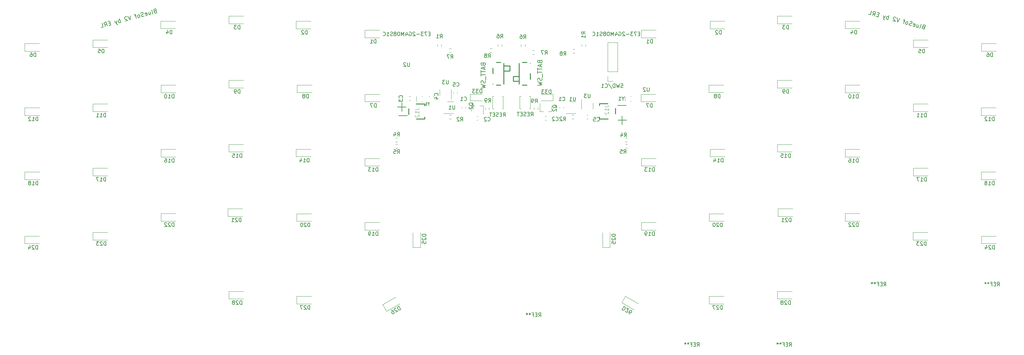
<source format=gbo>
G04 #@! TF.GenerationSoftware,KiCad,Pcbnew,(5.99.0-8557-g8988e46ab1)*
G04 #@! TF.CreationDate,2021-01-24T23:32:50-07:00*
G04 #@! TF.ProjectId,Panel,50616e65-6c2e-46b6-9963-61645f706362,rev?*
G04 #@! TF.SameCoordinates,PX85099e0PY51bada0*
G04 #@! TF.FileFunction,Legend,Bot*
G04 #@! TF.FilePolarity,Positive*
%FSLAX46Y46*%
G04 Gerber Fmt 4.6, Leading zero omitted, Abs format (unit mm)*
G04 Created by KiCad (PCBNEW (5.99.0-8557-g8988e46ab1)) date 2021-01-24 23:32:50*
%MOMM*%
%LPD*%
G01*
G04 APERTURE LIST*
%ADD10C,0.150000*%
%ADD11C,0.200000*%
%ADD12C,0.152000*%
%ADD13C,0.015000*%
%ADD14C,0.120000*%
%ADD15C,0.254000*%
G04 APERTURE END LIST*
D10*
X20953848Y9311522D02*
X23239563Y9311522D01*
X-37036101Y6627507D02*
X-34750386Y6627507D01*
D11*
X101848709Y30165796D02*
X101683363Y30155871D01*
X101619210Y30118832D01*
X101541500Y30031197D01*
X101500828Y29879409D01*
X101524310Y29764660D01*
X101561349Y29700506D01*
X101648984Y29622796D01*
X102053753Y29514338D01*
X102338454Y30576857D01*
X101984281Y30671757D01*
X101869531Y30648275D01*
X101805378Y30611236D01*
X101727668Y30523601D01*
X101700553Y30422409D01*
X101724035Y30307660D01*
X101761074Y30243506D01*
X101848709Y30165796D01*
X102202882Y30070896D01*
X100839446Y29839711D02*
X100954195Y29863193D01*
X101031906Y29950828D01*
X101275935Y30861558D01*
X100169113Y30778529D02*
X99979312Y30070183D01*
X100624478Y30656514D02*
X100475349Y30099957D01*
X100397638Y30012322D01*
X100282889Y29988840D01*
X100131100Y30029511D01*
X100043465Y30107222D01*
X100006426Y30171375D01*
X99082139Y30364809D02*
X99169774Y30287098D01*
X99372159Y30232869D01*
X99486908Y30256351D01*
X99564619Y30343986D01*
X99673076Y30748755D01*
X99649594Y30863504D01*
X99561959Y30941215D01*
X99359575Y30995444D01*
X99244825Y30971962D01*
X99167115Y30884327D01*
X99140001Y30783135D01*
X99618847Y30546371D01*
X98626774Y30486823D02*
X98461429Y30476899D01*
X98208448Y30544685D01*
X98120813Y30622395D01*
X98083774Y30686548D01*
X98060292Y30801298D01*
X98087407Y30902490D01*
X98165117Y30990125D01*
X98229270Y31027164D01*
X98344020Y31050646D01*
X98559962Y31047013D01*
X98674711Y31070495D01*
X98738864Y31107534D01*
X98816575Y31195169D01*
X98843689Y31296361D01*
X98820207Y31411110D01*
X98783168Y31475264D01*
X98695533Y31552974D01*
X98442553Y31620760D01*
X98277207Y31610836D01*
X97398910Y30761600D02*
X97513660Y30785081D01*
X97577813Y30822120D01*
X97655523Y30909755D01*
X97736867Y31213332D01*
X97713385Y31328081D01*
X97676346Y31392235D01*
X97588711Y31469945D01*
X97436922Y31510617D01*
X97322173Y31487135D01*
X97258020Y31450096D01*
X97180309Y31362461D01*
X97098966Y31058884D01*
X97122448Y30944135D01*
X97159487Y30879982D01*
X97247122Y30802271D01*
X97398910Y30761600D01*
X96930961Y31646189D02*
X96526192Y31754646D01*
X96589372Y30978515D02*
X96833402Y31889245D01*
X96809920Y32003994D01*
X96722285Y32081705D01*
X96621093Y32108819D01*
X95609170Y32379963D02*
X94970297Y31412345D01*
X94900825Y32569763D01*
X94570134Y32549914D02*
X94533095Y32614068D01*
X94445460Y32691778D01*
X94192479Y32759564D01*
X94077730Y32736082D01*
X94013576Y32699043D01*
X93935866Y32611408D01*
X93908752Y32510216D01*
X93918676Y32344871D01*
X94363143Y31575031D01*
X93705394Y31751274D01*
X92440491Y32090204D02*
X92725192Y33152722D01*
X92616734Y32747954D02*
X92529099Y32825664D01*
X92326715Y32879893D01*
X92211965Y32856411D01*
X92147812Y32819372D01*
X92070102Y32731737D01*
X91988759Y32428160D01*
X92012240Y32313411D01*
X92049279Y32249258D01*
X92136914Y32171547D01*
X92339299Y32117318D01*
X92454048Y32140800D01*
X91770158Y33029022D02*
X91327376Y32388462D01*
X91264196Y33164594D02*
X91327376Y32388462D01*
X91360783Y32108367D01*
X91397822Y32044214D01*
X91485457Y31966503D01*
X90009218Y33338178D02*
X89655045Y33433078D01*
X89354128Y32917193D02*
X89860089Y32781621D01*
X90144790Y33844139D01*
X89638829Y33979711D01*
X88291610Y33201893D02*
X88781354Y33612954D01*
X88898763Y33039207D02*
X89183464Y34101726D01*
X88778695Y34210183D01*
X88663946Y34186701D01*
X88599792Y34149662D01*
X88522082Y34062027D01*
X88481410Y33910239D01*
X88504892Y33795490D01*
X88541931Y33731336D01*
X88629566Y33653626D01*
X89034335Y33545168D01*
X87330283Y33459480D02*
X87836244Y33323908D01*
X88120945Y34386427D01*
D10*
X22110991Y6540094D02*
X22110991Y4254379D01*
X23253848Y5397236D02*
X20968134Y5397236D01*
X-36178958Y10056079D02*
X-36178958Y7770364D01*
X-35036101Y8913221D02*
X-37321815Y8913221D01*
D11*
X-101481912Y34346450D02*
X-101620143Y34255183D01*
X-101657182Y34191029D01*
X-101680663Y34076280D01*
X-101639992Y33924492D01*
X-101562281Y33836857D01*
X-101498128Y33799818D01*
X-101383379Y33776336D01*
X-100978610Y33884793D01*
X-101263311Y34947312D01*
X-101617483Y34852412D01*
X-101705118Y34774701D01*
X-101742157Y34710548D01*
X-101765639Y34595798D01*
X-101738525Y34494606D01*
X-101660814Y34406971D01*
X-101596661Y34369932D01*
X-101481912Y34346450D01*
X-101127739Y34441351D01*
X-102192916Y33559421D02*
X-102105281Y33637131D01*
X-102081800Y33751881D01*
X-102325829Y34662611D01*
X-103242851Y34037294D02*
X-103053050Y33328949D01*
X-102787486Y34159309D02*
X-102638357Y33602752D01*
X-102661839Y33488002D01*
X-102749474Y33410292D01*
X-102901262Y33369620D01*
X-103016011Y33393102D01*
X-103080165Y33430141D01*
X-103977338Y33135516D02*
X-103862588Y33112034D01*
X-103660204Y33166263D01*
X-103572569Y33243973D01*
X-103549087Y33358722D01*
X-103657544Y33763491D01*
X-103735255Y33851126D01*
X-103850004Y33874608D01*
X-104052389Y33820379D01*
X-104140024Y33742669D01*
X-104163506Y33627919D01*
X-104136391Y33526727D01*
X-103603316Y33561107D01*
X-104432703Y33013501D02*
X-104570934Y32922233D01*
X-104823914Y32854447D01*
X-104938664Y32877929D01*
X-105002817Y32914968D01*
X-105080528Y33002603D01*
X-105107642Y33103795D01*
X-105084160Y33218545D01*
X-105047121Y33282698D01*
X-104959486Y33360408D01*
X-104770659Y33465233D01*
X-104683024Y33542944D01*
X-104645985Y33607097D01*
X-104622503Y33721846D01*
X-104649618Y33823039D01*
X-104727328Y33910674D01*
X-104791481Y33947713D01*
X-104906231Y33971194D01*
X-105159211Y33903408D01*
X-105297443Y33812141D01*
X-105633452Y32637532D02*
X-105545817Y32715243D01*
X-105508778Y32779396D01*
X-105485297Y32894145D01*
X-105566640Y33197722D01*
X-105644350Y33285357D01*
X-105708503Y33322396D01*
X-105823253Y33345878D01*
X-105975041Y33305206D01*
X-106062676Y33227496D01*
X-106099715Y33163342D01*
X-106123197Y33048593D01*
X-106041854Y32745016D01*
X-105964143Y32657381D01*
X-105899990Y32620342D01*
X-105785241Y32596861D01*
X-105633452Y32637532D01*
X-106481002Y33169634D02*
X-106885771Y33061177D01*
X-106442990Y32420617D02*
X-106687019Y33331347D01*
X-106764730Y33418982D01*
X-106879479Y33442464D01*
X-106980672Y33415350D01*
X-107992594Y33144206D02*
X-108062066Y31986787D01*
X-108700940Y32954405D01*
X-108977402Y32771870D02*
X-109041555Y32808909D01*
X-109156305Y32832391D01*
X-109409285Y32764605D01*
X-109496920Y32686894D01*
X-109533959Y32622741D01*
X-109557441Y32507991D01*
X-109530326Y32406799D01*
X-109439059Y32268568D01*
X-108669219Y31824101D01*
X-109326969Y31647857D01*
X-110591871Y31308928D02*
X-110876572Y32371446D01*
X-110768115Y31966677D02*
X-110882864Y31990159D01*
X-111085249Y31935930D01*
X-111172884Y31858220D01*
X-111209923Y31794066D01*
X-111233405Y31679317D01*
X-111152061Y31375740D01*
X-111074351Y31288105D01*
X-111010198Y31251066D01*
X-110895448Y31227585D01*
X-110693064Y31281813D01*
X-110605429Y31359524D01*
X-111641806Y31786801D02*
X-111704986Y31010670D01*
X-112147767Y31651229D02*
X-111704986Y31010670D01*
X-111536008Y30784803D01*
X-111471855Y30747764D01*
X-111357105Y30724283D01*
X-113321402Y31174068D02*
X-113675575Y31079168D01*
X-113678234Y30481939D02*
X-113172273Y30617511D01*
X-113456974Y31680030D01*
X-113962935Y31544458D01*
X-114740753Y30197238D02*
X-114522152Y30798100D01*
X-114133600Y30359925D02*
X-114418300Y31422443D01*
X-114823069Y31313985D01*
X-114910704Y31236275D01*
X-114947743Y31172122D01*
X-114971225Y31057372D01*
X-114930554Y30905584D01*
X-114852843Y30817949D01*
X-114788690Y30780910D01*
X-114673940Y30757428D01*
X-114269171Y30865886D01*
X-115702079Y29939652D02*
X-115196118Y30075224D01*
X-115480819Y31137742D01*
D10*
X22372896Y11121046D02*
X22372896Y10644856D01*
X22706229Y11644856D02*
X22372896Y11121046D01*
X22039563Y11644856D01*
X21182420Y10644856D02*
X21753848Y10644856D01*
X21468134Y10644856D02*
X21468134Y11644856D01*
X21563372Y11501998D01*
X21658610Y11406760D01*
X21753848Y11359141D01*
X-96467961Y11244856D02*
X-96467961Y12244856D01*
X-96706056Y12244856D01*
X-96848913Y12197236D01*
X-96944151Y12101998D01*
X-96991770Y12006760D01*
X-97039389Y11816284D01*
X-97039389Y11673427D01*
X-96991770Y11482951D01*
X-96944151Y11387713D01*
X-96848913Y11292475D01*
X-96706056Y11244856D01*
X-96467961Y11244856D01*
X-97991770Y11244856D02*
X-97420342Y11244856D01*
X-97706056Y11244856D02*
X-97706056Y12244856D01*
X-97610818Y12101998D01*
X-97515580Y12006760D01*
X-97420342Y11959141D01*
X-98610818Y12244856D02*
X-98706056Y12244856D01*
X-98801294Y12197236D01*
X-98848913Y12149617D01*
X-98896532Y12054379D01*
X-98944151Y11863903D01*
X-98944151Y11625808D01*
X-98896532Y11435332D01*
X-98848913Y11340094D01*
X-98801294Y11292475D01*
X-98706056Y11244856D01*
X-98610818Y11244856D01*
X-98515580Y11292475D01*
X-98467961Y11340094D01*
X-98420342Y11435332D01*
X-98372723Y11625808D01*
X-98372723Y11863903D01*
X-98420342Y12054379D01*
X-98467961Y12149617D01*
X-98515580Y12197236D01*
X-98610818Y12244856D01*
X66610991Y-4455144D02*
X66610991Y-3455144D01*
X66372896Y-3455144D01*
X66230039Y-3502764D01*
X66134801Y-3598002D01*
X66087182Y-3693240D01*
X66039563Y-3883716D01*
X66039563Y-4026573D01*
X66087182Y-4217049D01*
X66134801Y-4312287D01*
X66230039Y-4407525D01*
X66372896Y-4455144D01*
X66610991Y-4455144D01*
X65087182Y-4455144D02*
X65658610Y-4455144D01*
X65372896Y-4455144D02*
X65372896Y-3455144D01*
X65468134Y-3598002D01*
X65563372Y-3693240D01*
X65658610Y-3740859D01*
X64182420Y-3455144D02*
X64658610Y-3455144D01*
X64706229Y-3931335D01*
X64658610Y-3883716D01*
X64563372Y-3836097D01*
X64325277Y-3836097D01*
X64230039Y-3883716D01*
X64182420Y-3931335D01*
X64134801Y-4026573D01*
X64134801Y-4264668D01*
X64182420Y-4359906D01*
X64230039Y-4407525D01*
X64325277Y-4455144D01*
X64563372Y-4455144D01*
X64658610Y-4407525D01*
X64706229Y-4359906D01*
X-132467961Y5244856D02*
X-132467961Y6244856D01*
X-132706056Y6244856D01*
X-132848913Y6197236D01*
X-132944151Y6101998D01*
X-132991770Y6006760D01*
X-133039389Y5816284D01*
X-133039389Y5673427D01*
X-132991770Y5482951D01*
X-132944151Y5387713D01*
X-132848913Y5292475D01*
X-132706056Y5244856D01*
X-132467961Y5244856D01*
X-133991770Y5244856D02*
X-133420342Y5244856D01*
X-133706056Y5244856D02*
X-133706056Y6244856D01*
X-133610818Y6101998D01*
X-133515580Y6006760D01*
X-133420342Y5959141D01*
X-134372723Y6149617D02*
X-134420342Y6197236D01*
X-134515580Y6244856D01*
X-134753675Y6244856D01*
X-134848913Y6197236D01*
X-134896532Y6149617D01*
X-134944151Y6054379D01*
X-134944151Y5959141D01*
X-134896532Y5816284D01*
X-134325104Y5244856D01*
X-134944151Y5244856D01*
X18823Y-46673767D02*
X352156Y-46197577D01*
X590251Y-46673767D02*
X590251Y-45673767D01*
X209299Y-45673767D01*
X114061Y-45721387D01*
X66442Y-45769006D01*
X18823Y-45864244D01*
X18823Y-46007101D01*
X66442Y-46102339D01*
X114061Y-46149958D01*
X209299Y-46197577D01*
X590251Y-46197577D01*
X-409749Y-46149958D02*
X-743082Y-46149958D01*
X-885939Y-46673767D02*
X-409749Y-46673767D01*
X-409749Y-45673767D01*
X-885939Y-45673767D01*
X-1647844Y-46149958D02*
X-1314510Y-46149958D01*
X-1314510Y-46673767D02*
X-1314510Y-45673767D01*
X-1790701Y-45673767D01*
X-2314510Y-45673767D02*
X-2314510Y-45911863D01*
X-2076415Y-45816625D02*
X-2314510Y-45911863D01*
X-2552606Y-45816625D01*
X-2171653Y-46102339D02*
X-2314510Y-45911863D01*
X-2457368Y-46102339D01*
X-3076415Y-45673767D02*
X-3076415Y-45911863D01*
X-2838320Y-45816625D02*
X-3076415Y-45911863D01*
X-3314510Y-45816625D01*
X-2933558Y-46102339D02*
X-3076415Y-45911863D01*
X-3219272Y-46102339D01*
X-29779866Y-24838477D02*
X-30779866Y-24838477D01*
X-30779866Y-25076572D01*
X-30732246Y-25219429D01*
X-30637008Y-25314667D01*
X-30541770Y-25362286D01*
X-30351294Y-25409905D01*
X-30208437Y-25409905D01*
X-30017961Y-25362286D01*
X-29922723Y-25314667D01*
X-29827485Y-25219429D01*
X-29779866Y-25076572D01*
X-29779866Y-24838477D01*
X-30684627Y-25790858D02*
X-30732246Y-25838477D01*
X-30779866Y-25933715D01*
X-30779866Y-26171810D01*
X-30732246Y-26267048D01*
X-30684627Y-26314667D01*
X-30589389Y-26362286D01*
X-30494151Y-26362286D01*
X-30351294Y-26314667D01*
X-29779866Y-25743239D01*
X-29779866Y-26362286D01*
X-30779866Y-27267048D02*
X-30779866Y-26790858D01*
X-30303675Y-26743239D01*
X-30351294Y-26790858D01*
X-30398913Y-26886096D01*
X-30398913Y-27124191D01*
X-30351294Y-27219429D01*
X-30303675Y-27267048D01*
X-30208437Y-27314667D01*
X-29970342Y-27314667D01*
X-29875104Y-27267048D01*
X-29827485Y-27219429D01*
X-29779866Y-27124191D01*
X-29779866Y-26886096D01*
X-29827485Y-26790858D01*
X-29875104Y-26743239D01*
X91332841Y-38496526D02*
X91666174Y-38020336D01*
X91904269Y-38496526D02*
X91904269Y-37496526D01*
X91523317Y-37496526D01*
X91428079Y-37544146D01*
X91380460Y-37591765D01*
X91332841Y-37687003D01*
X91332841Y-37829860D01*
X91380460Y-37925098D01*
X91428079Y-37972717D01*
X91523317Y-38020336D01*
X91904269Y-38020336D01*
X90904269Y-37972717D02*
X90570936Y-37972717D01*
X90428079Y-38496526D02*
X90904269Y-38496526D01*
X90904269Y-37496526D01*
X90428079Y-37496526D01*
X89666174Y-37972717D02*
X89999508Y-37972717D01*
X89999508Y-38496526D02*
X89999508Y-37496526D01*
X89523317Y-37496526D01*
X88999508Y-37496526D02*
X88999508Y-37734622D01*
X89237603Y-37639384D02*
X88999508Y-37734622D01*
X88761412Y-37639384D01*
X89142365Y-37925098D02*
X88999508Y-37734622D01*
X88856650Y-37925098D01*
X88237603Y-37496526D02*
X88237603Y-37734622D01*
X88475698Y-37639384D02*
X88237603Y-37734622D01*
X87999508Y-37639384D01*
X88380460Y-37925098D02*
X88237603Y-37734622D01*
X88094746Y-37925098D01*
X48810991Y-5705144D02*
X48810991Y-4705144D01*
X48572896Y-4705144D01*
X48430039Y-4752764D01*
X48334801Y-4848002D01*
X48287182Y-4943240D01*
X48239563Y-5133716D01*
X48239563Y-5276573D01*
X48287182Y-5467049D01*
X48334801Y-5562287D01*
X48430039Y-5657525D01*
X48572896Y-5705144D01*
X48810991Y-5705144D01*
X47287182Y-5705144D02*
X47858610Y-5705144D01*
X47572896Y-5705144D02*
X47572896Y-4705144D01*
X47668134Y-4848002D01*
X47763372Y-4943240D01*
X47858610Y-4990859D01*
X46430039Y-5038478D02*
X46430039Y-5705144D01*
X46668134Y-4657525D02*
X46906229Y-5371811D01*
X46287182Y-5371811D01*
X-78994151Y29544856D02*
X-78994151Y30544856D01*
X-79232246Y30544856D01*
X-79375104Y30497236D01*
X-79470342Y30401998D01*
X-79517961Y30306760D01*
X-79565580Y30116284D01*
X-79565580Y29973427D01*
X-79517961Y29782951D01*
X-79470342Y29687713D01*
X-79375104Y29592475D01*
X-79232246Y29544856D01*
X-78994151Y29544856D01*
X-79898913Y30544856D02*
X-80517961Y30544856D01*
X-80184627Y30163903D01*
X-80327485Y30163903D01*
X-80422723Y30116284D01*
X-80470342Y30068665D01*
X-80517961Y29973427D01*
X-80517961Y29735332D01*
X-80470342Y29640094D01*
X-80422723Y29592475D01*
X-80327485Y29544856D01*
X-80041770Y29544856D01*
X-79946532Y29592475D01*
X-79898913Y29640094D01*
X-34130830Y20641631D02*
X-34130830Y19832107D01*
X-34178449Y19736869D01*
X-34226068Y19689250D01*
X-34321306Y19641631D01*
X-34511782Y19641631D01*
X-34607020Y19689250D01*
X-34654639Y19736869D01*
X-34702258Y19832107D01*
X-34702258Y20641631D01*
X-35130830Y20546392D02*
X-35178449Y20594011D01*
X-35273687Y20641631D01*
X-35511782Y20641631D01*
X-35607020Y20594011D01*
X-35654639Y20546392D01*
X-35702258Y20451154D01*
X-35702258Y20355916D01*
X-35654639Y20213059D01*
X-35083211Y19641631D01*
X-35702258Y19641631D01*
X-28678916Y28293665D02*
X-29012249Y28293665D01*
X-29155106Y27769856D02*
X-28678916Y27769856D01*
X-28678916Y28769856D01*
X-29155106Y28769856D01*
X-29488440Y28769856D02*
X-30155106Y28769856D01*
X-29726535Y27769856D01*
X-30440821Y28769856D02*
X-31059868Y28769856D01*
X-30726535Y28388903D01*
X-30869392Y28388903D01*
X-30964630Y28341284D01*
X-31012249Y28293665D01*
X-31059868Y28198427D01*
X-31059868Y27960332D01*
X-31012249Y27865094D01*
X-30964630Y27817475D01*
X-30869392Y27769856D01*
X-30583678Y27769856D01*
X-30488440Y27817475D01*
X-30440821Y27865094D01*
X-31488440Y28150808D02*
X-32250344Y28150808D01*
X-32678916Y28674617D02*
X-32726535Y28722236D01*
X-32821773Y28769856D01*
X-33059868Y28769856D01*
X-33155106Y28722236D01*
X-33202725Y28674617D01*
X-33250344Y28579379D01*
X-33250344Y28484141D01*
X-33202725Y28341284D01*
X-32631297Y27769856D01*
X-33250344Y27769856D01*
X-34202725Y28722236D02*
X-34107487Y28769856D01*
X-33964630Y28769856D01*
X-33821773Y28722236D01*
X-33726535Y28626998D01*
X-33678916Y28531760D01*
X-33631297Y28341284D01*
X-33631297Y28198427D01*
X-33678916Y28007951D01*
X-33726535Y27912713D01*
X-33821773Y27817475D01*
X-33964630Y27769856D01*
X-34059868Y27769856D01*
X-34202725Y27817475D01*
X-34250344Y27865094D01*
X-34250344Y28198427D01*
X-34059868Y28198427D01*
X-35107487Y28436522D02*
X-35107487Y27769856D01*
X-34869392Y28817475D02*
X-34631297Y28103189D01*
X-35250344Y28103189D01*
X-35631297Y27769856D02*
X-35631297Y28769856D01*
X-35964630Y28055570D01*
X-36297963Y28769856D01*
X-36297963Y27769856D01*
X-36964630Y28769856D02*
X-37059868Y28769856D01*
X-37155106Y28722236D01*
X-37202725Y28674617D01*
X-37250344Y28579379D01*
X-37297963Y28388903D01*
X-37297963Y28150808D01*
X-37250344Y27960332D01*
X-37202725Y27865094D01*
X-37155106Y27817475D01*
X-37059868Y27769856D01*
X-36964630Y27769856D01*
X-36869392Y27817475D01*
X-36821773Y27865094D01*
X-36774154Y27960332D01*
X-36726535Y28150808D01*
X-36726535Y28388903D01*
X-36774154Y28579379D01*
X-36821773Y28674617D01*
X-36869392Y28722236D01*
X-36964630Y28769856D01*
X-37869392Y28341284D02*
X-37774154Y28388903D01*
X-37726535Y28436522D01*
X-37678916Y28531760D01*
X-37678916Y28579379D01*
X-37726535Y28674617D01*
X-37774154Y28722236D01*
X-37869392Y28769856D01*
X-38059868Y28769856D01*
X-38155106Y28722236D01*
X-38202725Y28674617D01*
X-38250344Y28579379D01*
X-38250344Y28531760D01*
X-38202725Y28436522D01*
X-38155106Y28388903D01*
X-38059868Y28341284D01*
X-37869392Y28341284D01*
X-37774154Y28293665D01*
X-37726535Y28246046D01*
X-37678916Y28150808D01*
X-37678916Y27960332D01*
X-37726535Y27865094D01*
X-37774154Y27817475D01*
X-37869392Y27769856D01*
X-38059868Y27769856D01*
X-38155106Y27817475D01*
X-38202725Y27865094D01*
X-38250344Y27960332D01*
X-38250344Y28150808D01*
X-38202725Y28246046D01*
X-38155106Y28293665D01*
X-38059868Y28341284D01*
X-38631297Y27817475D02*
X-38774154Y27769856D01*
X-39012249Y27769856D01*
X-39107487Y27817475D01*
X-39155106Y27865094D01*
X-39202725Y27960332D01*
X-39202725Y28055570D01*
X-39155106Y28150808D01*
X-39107487Y28198427D01*
X-39012249Y28246046D01*
X-38821773Y28293665D01*
X-38726535Y28341284D01*
X-38678916Y28388903D01*
X-38631297Y28484141D01*
X-38631297Y28579379D01*
X-38678916Y28674617D01*
X-38726535Y28722236D01*
X-38821773Y28769856D01*
X-39059868Y28769856D01*
X-39202725Y28722236D01*
X-40155106Y27769856D02*
X-39583678Y27769856D01*
X-39869392Y27769856D02*
X-39869392Y28769856D01*
X-39774154Y28626998D01*
X-39678916Y28531760D01*
X-39583678Y28484141D01*
X-41155106Y27865094D02*
X-41107487Y27817475D01*
X-40964630Y27769856D01*
X-40869392Y27769856D01*
X-40726535Y27817475D01*
X-40631297Y27912713D01*
X-40583678Y28007951D01*
X-40536059Y28198427D01*
X-40536059Y28341284D01*
X-40583678Y28531760D01*
X-40631297Y28626998D01*
X-40726535Y28722236D01*
X-40869392Y28769856D01*
X-40964630Y28769856D01*
X-41107487Y28722236D01*
X-41155106Y28674617D01*
X-78517961Y-4455144D02*
X-78517961Y-3455144D01*
X-78756056Y-3455144D01*
X-78898913Y-3502764D01*
X-78994151Y-3598002D01*
X-79041770Y-3693240D01*
X-79089389Y-3883716D01*
X-79089389Y-4026573D01*
X-79041770Y-4217049D01*
X-78994151Y-4312287D01*
X-78898913Y-4407525D01*
X-78756056Y-4455144D01*
X-78517961Y-4455144D01*
X-80041770Y-4455144D02*
X-79470342Y-4455144D01*
X-79756056Y-4455144D02*
X-79756056Y-3455144D01*
X-79660818Y-3598002D01*
X-79565580Y-3693240D01*
X-79470342Y-3740859D01*
X-80946532Y-3455144D02*
X-80470342Y-3455144D01*
X-80422723Y-3931335D01*
X-80470342Y-3883716D01*
X-80565580Y-3836097D01*
X-80803675Y-3836097D01*
X-80898913Y-3883716D01*
X-80946532Y-3931335D01*
X-80994151Y-4026573D01*
X-80994151Y-4264668D01*
X-80946532Y-4359906D01*
X-80898913Y-4407525D01*
X-80803675Y-4455144D01*
X-80565580Y-4455144D01*
X-80470342Y-4407525D01*
X-80422723Y-4359906D01*
X66134801Y12544856D02*
X66134801Y13544856D01*
X65896706Y13544856D01*
X65753848Y13497236D01*
X65658610Y13401998D01*
X65610991Y13306760D01*
X65563372Y13116284D01*
X65563372Y12973427D01*
X65610991Y12782951D01*
X65658610Y12687713D01*
X65753848Y12592475D01*
X65896706Y12544856D01*
X66134801Y12544856D01*
X65087182Y12544856D02*
X64896706Y12544856D01*
X64801467Y12592475D01*
X64753848Y12640094D01*
X64658610Y12782951D01*
X64610991Y12973427D01*
X64610991Y13354379D01*
X64658610Y13449617D01*
X64706229Y13497236D01*
X64801467Y13544856D01*
X64991944Y13544856D01*
X65087182Y13497236D01*
X65134801Y13449617D01*
X65182420Y13354379D01*
X65182420Y13116284D01*
X65134801Y13021046D01*
X65087182Y12973427D01*
X64991944Y12925808D01*
X64801467Y12925808D01*
X64706229Y12973427D01*
X64658610Y13021046D01*
X64610991Y13116284D01*
X-96467961Y-5755144D02*
X-96467961Y-4755144D01*
X-96706056Y-4755144D01*
X-96848913Y-4802764D01*
X-96944151Y-4898002D01*
X-96991770Y-4993240D01*
X-97039389Y-5183716D01*
X-97039389Y-5326573D01*
X-96991770Y-5517049D01*
X-96944151Y-5612287D01*
X-96848913Y-5707525D01*
X-96706056Y-5755144D01*
X-96467961Y-5755144D01*
X-97991770Y-5755144D02*
X-97420342Y-5755144D01*
X-97706056Y-5755144D02*
X-97706056Y-4755144D01*
X-97610818Y-4898002D01*
X-97515580Y-4993240D01*
X-97420342Y-5040859D01*
X-98848913Y-4755144D02*
X-98658437Y-4755144D01*
X-98563199Y-4802764D01*
X-98515580Y-4850383D01*
X-98420342Y-4993240D01*
X-98372723Y-5183716D01*
X-98372723Y-5564668D01*
X-98420342Y-5659906D01*
X-98467961Y-5707525D01*
X-98563199Y-5755144D01*
X-98753675Y-5755144D01*
X-98848913Y-5707525D01*
X-98896532Y-5659906D01*
X-98944151Y-5564668D01*
X-98944151Y-5326573D01*
X-98896532Y-5231335D01*
X-98848913Y-5183716D01*
X-98753675Y-5136097D01*
X-98563199Y-5136097D01*
X-98467961Y-5183716D01*
X-98420342Y-5231335D01*
X-98372723Y-5326573D01*
X13658610Y12344856D02*
X13658610Y11535332D01*
X13610991Y11440094D01*
X13563372Y11392475D01*
X13468134Y11344856D01*
X13277658Y11344856D01*
X13182420Y11392475D01*
X13134801Y11440094D01*
X13087182Y11535332D01*
X13087182Y12344856D01*
X12706229Y12344856D02*
X12087182Y12344856D01*
X12420515Y11963903D01*
X12277658Y11963903D01*
X12182420Y11916284D01*
X12134801Y11868665D01*
X12087182Y11773427D01*
X12087182Y11535332D01*
X12134801Y11440094D01*
X12182420Y11392475D01*
X12277658Y11344856D01*
X12563372Y11344856D01*
X12658610Y11392475D01*
X12706229Y11440094D01*
X-114467961Y-27755144D02*
X-114467961Y-26755144D01*
X-114706056Y-26755144D01*
X-114848913Y-26802764D01*
X-114944151Y-26898002D01*
X-114991770Y-26993240D01*
X-115039389Y-27183716D01*
X-115039389Y-27326573D01*
X-114991770Y-27517049D01*
X-114944151Y-27612287D01*
X-114848913Y-27707525D01*
X-114706056Y-27755144D01*
X-114467961Y-27755144D01*
X-115420342Y-26850383D02*
X-115467961Y-26802764D01*
X-115563199Y-26755144D01*
X-115801294Y-26755144D01*
X-115896532Y-26802764D01*
X-115944151Y-26850383D01*
X-115991770Y-26945621D01*
X-115991770Y-27040859D01*
X-115944151Y-27183716D01*
X-115372723Y-27755144D01*
X-115991770Y-27755144D01*
X-116325104Y-26755144D02*
X-116944151Y-26755144D01*
X-116610818Y-27136097D01*
X-116753675Y-27136097D01*
X-116848913Y-27183716D01*
X-116896532Y-27231335D01*
X-116944151Y-27326573D01*
X-116944151Y-27564668D01*
X-116896532Y-27659906D01*
X-116848913Y-27707525D01*
X-116753675Y-27755144D01*
X-116467961Y-27755144D01*
X-116372723Y-27707525D01*
X-116325104Y-27659906D01*
D12*
X315063Y20873036D02*
X369491Y20709751D01*
X423920Y20655322D01*
X532777Y20600894D01*
X696063Y20600894D01*
X804920Y20655322D01*
X859348Y20709751D01*
X913777Y20818608D01*
X913777Y21254036D01*
X-229223Y21254036D01*
X-229223Y20873036D01*
X-174794Y20764179D01*
X-120366Y20709751D01*
X-11509Y20655322D01*
X97348Y20655322D01*
X206206Y20709751D01*
X260634Y20764179D01*
X315063Y20873036D01*
X315063Y21254036D01*
X587206Y20165465D02*
X587206Y19621179D01*
X913777Y20274322D02*
X-229223Y19893322D01*
X913777Y19512322D01*
X-229223Y19294608D02*
X-229223Y18641465D01*
X913777Y18968036D02*
X-229223Y18968036D01*
X-229223Y18423751D02*
X-229223Y17770608D01*
X913777Y18097179D02*
X-229223Y18097179D01*
X1022634Y17661751D02*
X1022634Y16790894D01*
X859348Y16573179D02*
X913777Y16409894D01*
X913777Y16137751D01*
X859348Y16028894D01*
X804920Y15974465D01*
X696063Y15920036D01*
X587206Y15920036D01*
X478348Y15974465D01*
X423920Y16028894D01*
X369491Y16137751D01*
X315063Y16355465D01*
X260634Y16464322D01*
X206206Y16518751D01*
X97348Y16573179D01*
X-11509Y16573179D01*
X-120366Y16518751D01*
X-174794Y16464322D01*
X-229223Y16355465D01*
X-229223Y16083322D01*
X-174794Y15920036D01*
X-229223Y15539036D02*
X913777Y15266894D01*
X97348Y15049179D01*
X913777Y14831465D01*
X-229223Y14559322D01*
D10*
X-114517961Y-10755144D02*
X-114517961Y-9755144D01*
X-114756056Y-9755144D01*
X-114898913Y-9802764D01*
X-114994151Y-9898002D01*
X-115041770Y-9993240D01*
X-115089389Y-10183716D01*
X-115089389Y-10326573D01*
X-115041770Y-10517049D01*
X-114994151Y-10612287D01*
X-114898913Y-10707525D01*
X-114756056Y-10755144D01*
X-114517961Y-10755144D01*
X-116041770Y-10755144D02*
X-115470342Y-10755144D01*
X-115756056Y-10755144D02*
X-115756056Y-9755144D01*
X-115660818Y-9898002D01*
X-115565580Y-9993240D01*
X-115470342Y-10040859D01*
X-116375104Y-9755144D02*
X-117041770Y-9755144D01*
X-116613199Y-10755144D01*
X-78517961Y-43405144D02*
X-78517961Y-42405144D01*
X-78756056Y-42405144D01*
X-78898913Y-42452764D01*
X-78994151Y-42548002D01*
X-79041770Y-42643240D01*
X-79089389Y-42833716D01*
X-79089389Y-42976573D01*
X-79041770Y-43167049D01*
X-78994151Y-43262287D01*
X-78898913Y-43357525D01*
X-78756056Y-43405144D01*
X-78517961Y-43405144D01*
X-79470342Y-42500383D02*
X-79517961Y-42452764D01*
X-79613199Y-42405144D01*
X-79851294Y-42405144D01*
X-79946532Y-42452764D01*
X-79994151Y-42500383D01*
X-80041770Y-42595621D01*
X-80041770Y-42690859D01*
X-79994151Y-42833716D01*
X-79422723Y-43405144D01*
X-80041770Y-43405144D01*
X-80613199Y-42833716D02*
X-80517961Y-42786097D01*
X-80470342Y-42738478D01*
X-80422723Y-42643240D01*
X-80422723Y-42595621D01*
X-80470342Y-42500383D01*
X-80517961Y-42452764D01*
X-80613199Y-42405144D01*
X-80803675Y-42405144D01*
X-80898913Y-42452764D01*
X-80946532Y-42500383D01*
X-80994151Y-42595621D01*
X-80994151Y-42643240D01*
X-80946532Y-42738478D01*
X-80898913Y-42786097D01*
X-80803675Y-42833716D01*
X-80613199Y-42833716D01*
X-80517961Y-42881335D01*
X-80470342Y-42928954D01*
X-80422723Y-43024192D01*
X-80422723Y-43214668D01*
X-80470342Y-43309906D01*
X-80517961Y-43357525D01*
X-80613199Y-43405144D01*
X-80803675Y-43405144D01*
X-80898913Y-43357525D01*
X-80946532Y-43309906D01*
X-80994151Y-43214668D01*
X-80994151Y-43024192D01*
X-80946532Y-42928954D01*
X-80898913Y-42881335D01*
X-80803675Y-42833716D01*
X48334801Y28194856D02*
X48334801Y29194856D01*
X48096706Y29194856D01*
X47953848Y29147236D01*
X47858610Y29051998D01*
X47810991Y28956760D01*
X47763372Y28766284D01*
X47763372Y28623427D01*
X47810991Y28432951D01*
X47858610Y28337713D01*
X47953848Y28242475D01*
X48096706Y28194856D01*
X48334801Y28194856D01*
X47382420Y29099617D02*
X47334801Y29147236D01*
X47239563Y29194856D01*
X47001467Y29194856D01*
X46906229Y29147236D01*
X46858610Y29099617D01*
X46810991Y29004379D01*
X46810991Y28909141D01*
X46858610Y28766284D01*
X47430039Y28194856D01*
X46810991Y28194856D01*
X1713372Y22869856D02*
X2046706Y23346046D01*
X2284801Y22869856D02*
X2284801Y23869856D01*
X1903848Y23869856D01*
X1808610Y23822236D01*
X1760991Y23774617D01*
X1713372Y23679379D01*
X1713372Y23536522D01*
X1760991Y23441284D01*
X1808610Y23393665D01*
X1903848Y23346046D01*
X2284801Y23346046D01*
X1380039Y23869856D02*
X713372Y23869856D01*
X1141944Y22869856D01*
X102560991Y-27755144D02*
X102560991Y-26755144D01*
X102322896Y-26755144D01*
X102180039Y-26802764D01*
X102084801Y-26898002D01*
X102037182Y-26993240D01*
X101989563Y-27183716D01*
X101989563Y-27326573D01*
X102037182Y-27517049D01*
X102084801Y-27612287D01*
X102180039Y-27707525D01*
X102322896Y-27755144D01*
X102560991Y-27755144D01*
X101608610Y-26850383D02*
X101560991Y-26802764D01*
X101465753Y-26755144D01*
X101227658Y-26755144D01*
X101132420Y-26802764D01*
X101084801Y-26850383D01*
X101037182Y-26945621D01*
X101037182Y-27040859D01*
X101084801Y-27183716D01*
X101656229Y-27755144D01*
X101037182Y-27755144D01*
X100703848Y-26755144D02*
X100084801Y-26755144D01*
X100418134Y-27136097D01*
X100275277Y-27136097D01*
X100180039Y-27183716D01*
X100132420Y-27231335D01*
X100084801Y-27326573D01*
X100084801Y-27564668D01*
X100132420Y-27659906D01*
X100180039Y-27707525D01*
X100275277Y-27755144D01*
X100560991Y-27755144D01*
X100656229Y-27707525D01*
X100703848Y-27659906D01*
X-61194151Y28194856D02*
X-61194151Y29194856D01*
X-61432246Y29194856D01*
X-61575104Y29147236D01*
X-61670342Y29051998D01*
X-61717961Y28956760D01*
X-61765580Y28766284D01*
X-61765580Y28623427D01*
X-61717961Y28432951D01*
X-61670342Y28337713D01*
X-61575104Y28242475D01*
X-61432246Y28194856D01*
X-61194151Y28194856D01*
X-62146532Y29099617D02*
X-62194151Y29147236D01*
X-62289389Y29194856D01*
X-62527485Y29194856D01*
X-62622723Y29147236D01*
X-62670342Y29099617D01*
X-62717961Y29004379D01*
X-62717961Y28909141D01*
X-62670342Y28766284D01*
X-62098913Y28194856D01*
X-62717961Y28194856D01*
X84560991Y-22755144D02*
X84560991Y-21755144D01*
X84322896Y-21755144D01*
X84180039Y-21802764D01*
X84084801Y-21898002D01*
X84037182Y-21993240D01*
X83989563Y-22183716D01*
X83989563Y-22326573D01*
X84037182Y-22517049D01*
X84084801Y-22612287D01*
X84180039Y-22707525D01*
X84322896Y-22755144D01*
X84560991Y-22755144D01*
X83608610Y-21850383D02*
X83560991Y-21802764D01*
X83465753Y-21755144D01*
X83227658Y-21755144D01*
X83132420Y-21802764D01*
X83084801Y-21850383D01*
X83037182Y-21945621D01*
X83037182Y-22040859D01*
X83084801Y-22183716D01*
X83656229Y-22755144D01*
X83037182Y-22755144D01*
X82656229Y-21850383D02*
X82608610Y-21802764D01*
X82513372Y-21755144D01*
X82275277Y-21755144D01*
X82180039Y-21802764D01*
X82132420Y-21850383D01*
X82084801Y-21945621D01*
X82084801Y-22040859D01*
X82132420Y-22183716D01*
X82703848Y-22755144D01*
X82084801Y-22755144D01*
X-96467961Y-22755144D02*
X-96467961Y-21755144D01*
X-96706056Y-21755144D01*
X-96848913Y-21802764D01*
X-96944151Y-21898002D01*
X-96991770Y-21993240D01*
X-97039389Y-22183716D01*
X-97039389Y-22326573D01*
X-96991770Y-22517049D01*
X-96944151Y-22612287D01*
X-96848913Y-22707525D01*
X-96706056Y-22755144D01*
X-96467961Y-22755144D01*
X-97420342Y-21850383D02*
X-97467961Y-21802764D01*
X-97563199Y-21755144D01*
X-97801294Y-21755144D01*
X-97896532Y-21802764D01*
X-97944151Y-21850383D01*
X-97991770Y-21945621D01*
X-97991770Y-22040859D01*
X-97944151Y-22183716D01*
X-97372723Y-22755144D01*
X-97991770Y-22755144D01*
X-98372723Y-21850383D02*
X-98420342Y-21802764D01*
X-98515580Y-21755144D01*
X-98753675Y-21755144D01*
X-98848913Y-21802764D01*
X-98896532Y-21850383D01*
X-98944151Y-21945621D01*
X-98944151Y-22040859D01*
X-98896532Y-22183716D01*
X-98325104Y-22755144D01*
X-98944151Y-22755144D01*
X-114517961Y6244856D02*
X-114517961Y7244856D01*
X-114756056Y7244856D01*
X-114898913Y7197236D01*
X-114994151Y7101998D01*
X-115041770Y7006760D01*
X-115089389Y6816284D01*
X-115089389Y6673427D01*
X-115041770Y6482951D01*
X-114994151Y6387713D01*
X-114898913Y6292475D01*
X-114756056Y6244856D01*
X-114517961Y6244856D01*
X-116041770Y6244856D02*
X-115470342Y6244856D01*
X-115756056Y6244856D02*
X-115756056Y7244856D01*
X-115660818Y7101998D01*
X-115565580Y7006760D01*
X-115470342Y6959141D01*
X-116994151Y6244856D02*
X-116422723Y6244856D01*
X-116708437Y6244856D02*
X-116708437Y7244856D01*
X-116613199Y7101998D01*
X-116517961Y7006760D01*
X-116422723Y6959141D01*
X-60717961Y-5705144D02*
X-60717961Y-4705144D01*
X-60956056Y-4705144D01*
X-61098913Y-4752764D01*
X-61194151Y-4848002D01*
X-61241770Y-4943240D01*
X-61289389Y-5133716D01*
X-61289389Y-5276573D01*
X-61241770Y-5467049D01*
X-61194151Y-5562287D01*
X-61098913Y-5657525D01*
X-60956056Y-5705144D01*
X-60717961Y-5705144D01*
X-62241770Y-5705144D02*
X-61670342Y-5705144D01*
X-61956056Y-5705144D02*
X-61956056Y-4705144D01*
X-61860818Y-4848002D01*
X-61765580Y-4943240D01*
X-61670342Y-4990859D01*
X-63098913Y-5038478D02*
X-63098913Y-5705144D01*
X-62860818Y-4657525D02*
X-62622723Y-5371811D01*
X-63241770Y-5371811D01*
X-13438580Y5290094D02*
X-13390961Y5242475D01*
X-13248104Y5194856D01*
X-13152866Y5194856D01*
X-13010008Y5242475D01*
X-12914770Y5337713D01*
X-12867151Y5432951D01*
X-12819532Y5623427D01*
X-12819532Y5766284D01*
X-12867151Y5956760D01*
X-12914770Y6051998D01*
X-13010008Y6147236D01*
X-13152866Y6194856D01*
X-13248104Y6194856D01*
X-13390961Y6147236D01*
X-13438580Y6099617D01*
X-13819532Y6099617D02*
X-13867151Y6147236D01*
X-13962389Y6194856D01*
X-14200485Y6194856D01*
X-14295723Y6147236D01*
X-14343342Y6099617D01*
X-14390961Y6004379D01*
X-14390961Y5909141D01*
X-14343342Y5766284D01*
X-13771913Y5194856D01*
X-14390961Y5194856D01*
X-3936628Y27044856D02*
X-3603294Y27521046D01*
X-3365199Y27044856D02*
X-3365199Y28044856D01*
X-3746152Y28044856D01*
X-3841390Y27997236D01*
X-3889009Y27949617D01*
X-3936628Y27854379D01*
X-3936628Y27711522D01*
X-3889009Y27616284D01*
X-3841390Y27568665D01*
X-3746152Y27521046D01*
X-3365199Y27521046D01*
X-4793771Y28044856D02*
X-4603294Y28044856D01*
X-4508056Y27997236D01*
X-4460437Y27949617D01*
X-4365199Y27806760D01*
X-4317580Y27616284D01*
X-4317580Y27235332D01*
X-4365199Y27140094D01*
X-4412818Y27092475D01*
X-4508056Y27044856D01*
X-4698533Y27044856D01*
X-4793771Y27092475D01*
X-4841390Y27140094D01*
X-4889009Y27235332D01*
X-4889009Y27473427D01*
X-4841390Y27568665D01*
X-4793771Y27616284D01*
X-4698533Y27663903D01*
X-4508056Y27663903D01*
X-4412818Y27616284D01*
X-4365199Y27568665D01*
X-4317580Y27473427D01*
X-9352866Y6394856D02*
X-9019532Y6871046D01*
X-8781437Y6394856D02*
X-8781437Y7394856D01*
X-9162389Y7394856D01*
X-9257627Y7347236D01*
X-9305246Y7299617D01*
X-9352866Y7204379D01*
X-9352866Y7061522D01*
X-9305246Y6966284D01*
X-9257627Y6918665D01*
X-9162389Y6871046D01*
X-8781437Y6871046D01*
X-9781437Y6918665D02*
X-10114770Y6918665D01*
X-10257627Y6394856D02*
X-9781437Y6394856D01*
X-9781437Y7394856D01*
X-10257627Y7394856D01*
X-10638580Y6442475D02*
X-10781437Y6394856D01*
X-11019532Y6394856D01*
X-11114770Y6442475D01*
X-11162389Y6490094D01*
X-11210008Y6585332D01*
X-11210008Y6680570D01*
X-11162389Y6775808D01*
X-11114770Y6823427D01*
X-11019532Y6871046D01*
X-10829056Y6918665D01*
X-10733818Y6966284D01*
X-10686199Y7013903D01*
X-10638580Y7109141D01*
X-10638580Y7204379D01*
X-10686199Y7299617D01*
X-10733818Y7347236D01*
X-10829056Y7394856D01*
X-11067151Y7394856D01*
X-11210008Y7347236D01*
X-11638580Y6918665D02*
X-11971913Y6918665D01*
X-12114770Y6394856D02*
X-11638580Y6394856D01*
X-11638580Y7394856D01*
X-12114770Y7394856D01*
X-12400485Y7394856D02*
X-12971913Y7394856D01*
X-12686199Y6394856D02*
X-12686199Y7394856D01*
X-2050914Y6544856D02*
X-1717580Y7021046D01*
X-1479485Y6544856D02*
X-1479485Y7544856D01*
X-1860437Y7544856D01*
X-1955675Y7497236D01*
X-2003294Y7449617D01*
X-2050914Y7354379D01*
X-2050914Y7211522D01*
X-2003294Y7116284D01*
X-1955675Y7068665D01*
X-1860437Y7021046D01*
X-1479485Y7021046D01*
X-2479485Y7068665D02*
X-2812818Y7068665D01*
X-2955675Y6544856D02*
X-2479485Y6544856D01*
X-2479485Y7544856D01*
X-2955675Y7544856D01*
X-3336628Y6592475D02*
X-3479485Y6544856D01*
X-3717580Y6544856D01*
X-3812818Y6592475D01*
X-3860437Y6640094D01*
X-3908056Y6735332D01*
X-3908056Y6830570D01*
X-3860437Y6925808D01*
X-3812818Y6973427D01*
X-3717580Y7021046D01*
X-3527104Y7068665D01*
X-3431866Y7116284D01*
X-3384247Y7163903D01*
X-3336628Y7259141D01*
X-3336628Y7354379D01*
X-3384247Y7449617D01*
X-3431866Y7497236D01*
X-3527104Y7544856D01*
X-3765199Y7544856D01*
X-3908056Y7497236D01*
X-4336628Y7068665D02*
X-4669961Y7068665D01*
X-4812818Y6544856D02*
X-4336628Y6544856D01*
X-4336628Y7544856D01*
X-4812818Y7544856D01*
X-5098533Y7544856D02*
X-5669961Y7544856D01*
X-5384247Y6544856D02*
X-5384247Y7544856D01*
X-13238580Y10194856D02*
X-12905246Y10671046D01*
X-12667151Y10194856D02*
X-12667151Y11194856D01*
X-13048104Y11194856D01*
X-13143342Y11147236D01*
X-13190961Y11099617D01*
X-13238580Y11004379D01*
X-13238580Y10861522D01*
X-13190961Y10766284D01*
X-13143342Y10718665D01*
X-13048104Y10671046D01*
X-12667151Y10671046D01*
X-13714770Y10194856D02*
X-13905246Y10194856D01*
X-14000485Y10242475D01*
X-14048104Y10290094D01*
X-14143342Y10432951D01*
X-14190961Y10623427D01*
X-14190961Y11004379D01*
X-14143342Y11099617D01*
X-14095723Y11147236D01*
X-14000485Y11194856D01*
X-13810008Y11194856D01*
X-13714770Y11147236D01*
X-13667151Y11099617D01*
X-13619532Y11004379D01*
X-13619532Y10766284D01*
X-13667151Y10671046D01*
X-13714770Y10623427D01*
X-13810008Y10575808D01*
X-14000485Y10575808D01*
X-14095723Y10623427D01*
X-14143342Y10671046D01*
X-14190961Y10766284D01*
X48034801Y11294856D02*
X48034801Y12294856D01*
X47796706Y12294856D01*
X47653848Y12247236D01*
X47558610Y12151998D01*
X47510991Y12056760D01*
X47463372Y11866284D01*
X47463372Y11723427D01*
X47510991Y11532951D01*
X47558610Y11437713D01*
X47653848Y11342475D01*
X47796706Y11294856D01*
X48034801Y11294856D01*
X46891944Y11866284D02*
X46987182Y11913903D01*
X47034801Y11961522D01*
X47082420Y12056760D01*
X47082420Y12104379D01*
X47034801Y12199617D01*
X46987182Y12247236D01*
X46891944Y12294856D01*
X46701467Y12294856D01*
X46606229Y12247236D01*
X46558610Y12199617D01*
X46510991Y12104379D01*
X46510991Y12056760D01*
X46558610Y11961522D01*
X46606229Y11913903D01*
X46701467Y11866284D01*
X46891944Y11866284D01*
X46987182Y11818665D01*
X47034801Y11771046D01*
X47082420Y11675808D01*
X47082420Y11485332D01*
X47034801Y11390094D01*
X46987182Y11342475D01*
X46891944Y11294856D01*
X46701467Y11294856D01*
X46606229Y11342475D01*
X46558610Y11390094D01*
X46510991Y11485332D01*
X46510991Y11675808D01*
X46558610Y11771046D01*
X46606229Y11818665D01*
X46701467Y11866284D01*
X66332841Y-54496525D02*
X66666174Y-54020335D01*
X66904269Y-54496525D02*
X66904269Y-53496525D01*
X66523317Y-53496525D01*
X66428079Y-53544145D01*
X66380460Y-53591764D01*
X66332841Y-53687002D01*
X66332841Y-53829859D01*
X66380460Y-53925097D01*
X66428079Y-53972716D01*
X66523317Y-54020335D01*
X66904269Y-54020335D01*
X65904269Y-53972716D02*
X65570936Y-53972716D01*
X65428079Y-54496525D02*
X65904269Y-54496525D01*
X65904269Y-53496525D01*
X65428079Y-53496525D01*
X64666174Y-53972716D02*
X64999508Y-53972716D01*
X64999508Y-54496525D02*
X64999508Y-53496525D01*
X64523317Y-53496525D01*
X63999508Y-53496525D02*
X63999508Y-53734621D01*
X64237603Y-53639383D02*
X63999508Y-53734621D01*
X63761412Y-53639383D01*
X64142365Y-53925097D02*
X63999508Y-53734621D01*
X63856650Y-53925097D01*
X63237603Y-53496525D02*
X63237603Y-53734621D01*
X63475698Y-53639383D02*
X63237603Y-53734621D01*
X62999508Y-53639383D01*
X63380460Y-53925097D02*
X63237603Y-53734621D01*
X63094746Y-53925097D01*
X-21665580Y14490094D02*
X-21617961Y14442475D01*
X-21475104Y14394856D01*
X-21379866Y14394856D01*
X-21237008Y14442475D01*
X-21141770Y14537713D01*
X-21094151Y14632951D01*
X-21046532Y14823427D01*
X-21046532Y14966284D01*
X-21094151Y15156760D01*
X-21141770Y15251998D01*
X-21237008Y15347236D01*
X-21379866Y15394856D01*
X-21475104Y15394856D01*
X-21617961Y15347236D01*
X-21665580Y15299617D01*
X-22570342Y15394856D02*
X-22094151Y15394856D01*
X-22046532Y14918665D01*
X-22094151Y14966284D01*
X-22189389Y15013903D01*
X-22427485Y15013903D01*
X-22522723Y14966284D01*
X-22570342Y14918665D01*
X-22617961Y14823427D01*
X-22617961Y14585332D01*
X-22570342Y14490094D01*
X-22522723Y14442475D01*
X-22427485Y14394856D01*
X-22189389Y14394856D01*
X-22094151Y14442475D01*
X-22046532Y14490094D01*
X-13338580Y21994856D02*
X-13005246Y22471046D01*
X-12767151Y21994856D02*
X-12767151Y22994856D01*
X-13148104Y22994856D01*
X-13243342Y22947236D01*
X-13290961Y22899617D01*
X-13338580Y22804379D01*
X-13338580Y22661522D01*
X-13290961Y22566284D01*
X-13243342Y22518665D01*
X-13148104Y22471046D01*
X-12767151Y22471046D01*
X-13910008Y22566284D02*
X-13814770Y22613903D01*
X-13767151Y22661522D01*
X-13719532Y22756760D01*
X-13719532Y22804379D01*
X-13767151Y22899617D01*
X-13814770Y22947236D01*
X-13910008Y22994856D01*
X-14100485Y22994856D01*
X-14195723Y22947236D01*
X-14243342Y22899617D01*
X-14290961Y22804379D01*
X-14290961Y22756760D01*
X-14243342Y22661522D01*
X-14195723Y22613903D01*
X-14100485Y22566284D01*
X-13910008Y22566284D01*
X-13814770Y22518665D01*
X-13767151Y22471046D01*
X-13719532Y22375808D01*
X-13719532Y22185332D01*
X-13767151Y22090094D01*
X-13814770Y22042475D01*
X-13910008Y21994856D01*
X-14100485Y21994856D01*
X-14195723Y22042475D01*
X-14243342Y22090094D01*
X-14290961Y22185332D01*
X-14290961Y22375808D01*
X-14243342Y22471046D01*
X-14195723Y22518665D01*
X-14100485Y22566284D01*
D12*
X-14686889Y20195294D02*
X-14632461Y20032008D01*
X-14578032Y19977579D01*
X-14469175Y19923151D01*
X-14305889Y19923151D01*
X-14197032Y19977579D01*
X-14142604Y20032008D01*
X-14088175Y20140865D01*
X-14088175Y20576294D01*
X-15231175Y20576294D01*
X-15231175Y20195294D01*
X-15176746Y20086436D01*
X-15122318Y20032008D01*
X-15013461Y19977579D01*
X-14904604Y19977579D01*
X-14795746Y20032008D01*
X-14741318Y20086436D01*
X-14686889Y20195294D01*
X-14686889Y20576294D01*
X-14414746Y19487722D02*
X-14414746Y18943436D01*
X-14088175Y19596579D02*
X-15231175Y19215579D01*
X-14088175Y18834579D01*
X-15231175Y18616865D02*
X-15231175Y17963722D01*
X-14088175Y18290294D02*
X-15231175Y18290294D01*
X-15231175Y17746008D02*
X-15231175Y17092865D01*
X-14088175Y17419436D02*
X-15231175Y17419436D01*
X-13979318Y16984008D02*
X-13979318Y16113151D01*
X-14142604Y15895436D02*
X-14088175Y15732151D01*
X-14088175Y15460008D01*
X-14142604Y15351151D01*
X-14197032Y15296722D01*
X-14305889Y15242294D01*
X-14414746Y15242294D01*
X-14523604Y15296722D01*
X-14578032Y15351151D01*
X-14632461Y15460008D01*
X-14686889Y15677722D01*
X-14741318Y15786579D01*
X-14795746Y15841008D01*
X-14904604Y15895436D01*
X-15013461Y15895436D01*
X-15122318Y15841008D01*
X-15176746Y15786579D01*
X-15231175Y15677722D01*
X-15231175Y15405579D01*
X-15176746Y15242294D01*
X-15231175Y14861294D02*
X-14088175Y14589151D01*
X-14904604Y14371436D01*
X-14088175Y14153722D01*
X-15231175Y13881579D01*
D10*
X48610991Y-44705144D02*
X48610991Y-43705144D01*
X48372896Y-43705144D01*
X48230039Y-43752764D01*
X48134801Y-43848002D01*
X48087182Y-43943240D01*
X48039563Y-44133716D01*
X48039563Y-44276573D01*
X48087182Y-44467049D01*
X48134801Y-44562287D01*
X48230039Y-44657525D01*
X48372896Y-44705144D01*
X48610991Y-44705144D01*
X47658610Y-43800383D02*
X47610991Y-43752764D01*
X47515753Y-43705144D01*
X47277658Y-43705144D01*
X47182420Y-43752764D01*
X47134801Y-43800383D01*
X47087182Y-43895621D01*
X47087182Y-43990859D01*
X47134801Y-44133716D01*
X47706229Y-44705144D01*
X47087182Y-44705144D01*
X46753848Y-43705144D02*
X46087182Y-43705144D01*
X46515753Y-44705144D01*
X121332841Y-38496526D02*
X121666174Y-38020336D01*
X121904269Y-38496526D02*
X121904269Y-37496526D01*
X121523317Y-37496526D01*
X121428079Y-37544146D01*
X121380460Y-37591765D01*
X121332841Y-37687003D01*
X121332841Y-37829860D01*
X121380460Y-37925098D01*
X121428079Y-37972717D01*
X121523317Y-38020336D01*
X121904269Y-38020336D01*
X120904269Y-37972717D02*
X120570936Y-37972717D01*
X120428079Y-38496526D02*
X120904269Y-38496526D01*
X120904269Y-37496526D01*
X120428079Y-37496526D01*
X119666174Y-37972717D02*
X119999508Y-37972717D01*
X119999508Y-38496526D02*
X119999508Y-37496526D01*
X119523317Y-37496526D01*
X118999508Y-37496526D02*
X118999508Y-37734622D01*
X119237603Y-37639384D02*
X118999508Y-37734622D01*
X118761412Y-37639384D01*
X119142365Y-37925098D02*
X118999508Y-37734622D01*
X118856650Y-37925098D01*
X118237603Y-37496526D02*
X118237603Y-37734622D01*
X118475698Y-37639384D02*
X118237603Y-37734622D01*
X117999508Y-37639384D01*
X118380460Y-37925098D02*
X118237603Y-37734622D01*
X118094746Y-37925098D01*
X66610991Y-43405144D02*
X66610991Y-42405144D01*
X66372896Y-42405144D01*
X66230039Y-42452764D01*
X66134801Y-42548002D01*
X66087182Y-42643240D01*
X66039563Y-42833716D01*
X66039563Y-42976573D01*
X66087182Y-43167049D01*
X66134801Y-43262287D01*
X66230039Y-43357525D01*
X66372896Y-43405144D01*
X66610991Y-43405144D01*
X65658610Y-42500383D02*
X65610991Y-42452764D01*
X65515753Y-42405144D01*
X65277658Y-42405144D01*
X65182420Y-42452764D01*
X65134801Y-42500383D01*
X65087182Y-42595621D01*
X65087182Y-42690859D01*
X65134801Y-42833716D01*
X65706229Y-43405144D01*
X65087182Y-43405144D01*
X64515753Y-42833716D02*
X64610991Y-42786097D01*
X64658610Y-42738478D01*
X64706229Y-42643240D01*
X64706229Y-42595621D01*
X64658610Y-42500383D01*
X64610991Y-42452764D01*
X64515753Y-42405144D01*
X64325277Y-42405144D01*
X64230039Y-42452764D01*
X64182420Y-42500383D01*
X64134801Y-42595621D01*
X64134801Y-42643240D01*
X64182420Y-42738478D01*
X64230039Y-42786097D01*
X64325277Y-42833716D01*
X64515753Y-42833716D01*
X64610991Y-42881335D01*
X64658610Y-42928954D01*
X64706229Y-43024192D01*
X64706229Y-43214668D01*
X64658610Y-43309906D01*
X64610991Y-43357525D01*
X64515753Y-43405144D01*
X64325277Y-43405144D01*
X64230039Y-43357525D01*
X64182420Y-43309906D01*
X64134801Y-43214668D01*
X64134801Y-43024192D01*
X64182420Y-42928954D01*
X64230039Y-42881335D01*
X64325277Y-42833716D01*
X-42994151Y25844856D02*
X-42994151Y26844856D01*
X-43232246Y26844856D01*
X-43375104Y26797236D01*
X-43470342Y26701998D01*
X-43517961Y26606760D01*
X-43565580Y26416284D01*
X-43565580Y26273427D01*
X-43517961Y26082951D01*
X-43470342Y25987713D01*
X-43375104Y25892475D01*
X-43232246Y25844856D01*
X-42994151Y25844856D01*
X-44517961Y25844856D02*
X-43946532Y25844856D01*
X-44232246Y25844856D02*
X-44232246Y26844856D01*
X-44137008Y26701998D01*
X-44041770Y26606760D01*
X-43946532Y26559141D01*
X102610991Y-10755144D02*
X102610991Y-9755144D01*
X102372896Y-9755144D01*
X102230039Y-9802764D01*
X102134801Y-9898002D01*
X102087182Y-9993240D01*
X102039563Y-10183716D01*
X102039563Y-10326573D01*
X102087182Y-10517049D01*
X102134801Y-10612287D01*
X102230039Y-10707525D01*
X102372896Y-10755144D01*
X102610991Y-10755144D01*
X101087182Y-10755144D02*
X101658610Y-10755144D01*
X101372896Y-10755144D02*
X101372896Y-9755144D01*
X101468134Y-9898002D01*
X101563372Y-9993240D01*
X101658610Y-10040859D01*
X100753848Y-9755144D02*
X100087182Y-9755144D01*
X100515753Y-10755144D01*
X29258610Y14044856D02*
X29258610Y13235332D01*
X29210991Y13140094D01*
X29163372Y13092475D01*
X29068134Y13044856D01*
X28877658Y13044856D01*
X28782420Y13092475D01*
X28734801Y13140094D01*
X28687182Y13235332D01*
X28687182Y14044856D01*
X28258610Y13949617D02*
X28210991Y13997236D01*
X28115753Y14044856D01*
X27877658Y14044856D01*
X27782420Y13997236D01*
X27734801Y13949617D01*
X27687182Y13854379D01*
X27687182Y13759141D01*
X27734801Y13616284D01*
X28306229Y13044856D01*
X27687182Y13044856D01*
X26771946Y28293665D02*
X26438613Y28293665D01*
X26295756Y27769856D02*
X26771946Y27769856D01*
X26771946Y28769856D01*
X26295756Y28769856D01*
X25962422Y28769856D02*
X25295756Y28769856D01*
X25724327Y27769856D01*
X25010041Y28769856D02*
X24390994Y28769856D01*
X24724327Y28388903D01*
X24581470Y28388903D01*
X24486232Y28341284D01*
X24438613Y28293665D01*
X24390994Y28198427D01*
X24390994Y27960332D01*
X24438613Y27865094D01*
X24486232Y27817475D01*
X24581470Y27769856D01*
X24867184Y27769856D01*
X24962422Y27817475D01*
X25010041Y27865094D01*
X23962422Y28150808D02*
X23200518Y28150808D01*
X22771946Y28674617D02*
X22724327Y28722236D01*
X22629089Y28769856D01*
X22390994Y28769856D01*
X22295756Y28722236D01*
X22248137Y28674617D01*
X22200518Y28579379D01*
X22200518Y28484141D01*
X22248137Y28341284D01*
X22819565Y27769856D01*
X22200518Y27769856D01*
X21248137Y28722236D02*
X21343375Y28769856D01*
X21486232Y28769856D01*
X21629089Y28722236D01*
X21724327Y28626998D01*
X21771946Y28531760D01*
X21819565Y28341284D01*
X21819565Y28198427D01*
X21771946Y28007951D01*
X21724327Y27912713D01*
X21629089Y27817475D01*
X21486232Y27769856D01*
X21390994Y27769856D01*
X21248137Y27817475D01*
X21200518Y27865094D01*
X21200518Y28198427D01*
X21390994Y28198427D01*
X20343375Y28436522D02*
X20343375Y27769856D01*
X20581470Y28817475D02*
X20819565Y28103189D01*
X20200518Y28103189D01*
X19819565Y27769856D02*
X19819565Y28769856D01*
X19486232Y28055570D01*
X19152899Y28769856D01*
X19152899Y27769856D01*
X18486232Y28769856D02*
X18390994Y28769856D01*
X18295756Y28722236D01*
X18248137Y28674617D01*
X18200518Y28579379D01*
X18152899Y28388903D01*
X18152899Y28150808D01*
X18200518Y27960332D01*
X18248137Y27865094D01*
X18295756Y27817475D01*
X18390994Y27769856D01*
X18486232Y27769856D01*
X18581470Y27817475D01*
X18629089Y27865094D01*
X18676708Y27960332D01*
X18724327Y28150808D01*
X18724327Y28388903D01*
X18676708Y28579379D01*
X18629089Y28674617D01*
X18581470Y28722236D01*
X18486232Y28769856D01*
X17581470Y28341284D02*
X17676708Y28388903D01*
X17724327Y28436522D01*
X17771946Y28531760D01*
X17771946Y28579379D01*
X17724327Y28674617D01*
X17676708Y28722236D01*
X17581470Y28769856D01*
X17390994Y28769856D01*
X17295756Y28722236D01*
X17248137Y28674617D01*
X17200518Y28579379D01*
X17200518Y28531760D01*
X17248137Y28436522D01*
X17295756Y28388903D01*
X17390994Y28341284D01*
X17581470Y28341284D01*
X17676708Y28293665D01*
X17724327Y28246046D01*
X17771946Y28150808D01*
X17771946Y27960332D01*
X17724327Y27865094D01*
X17676708Y27817475D01*
X17581470Y27769856D01*
X17390994Y27769856D01*
X17295756Y27817475D01*
X17248137Y27865094D01*
X17200518Y27960332D01*
X17200518Y28150808D01*
X17248137Y28246046D01*
X17295756Y28293665D01*
X17390994Y28341284D01*
X16819565Y27817475D02*
X16676708Y27769856D01*
X16438613Y27769856D01*
X16343375Y27817475D01*
X16295756Y27865094D01*
X16248137Y27960332D01*
X16248137Y28055570D01*
X16295756Y28150808D01*
X16343375Y28198427D01*
X16438613Y28246046D01*
X16629089Y28293665D01*
X16724327Y28341284D01*
X16771946Y28388903D01*
X16819565Y28484141D01*
X16819565Y28579379D01*
X16771946Y28674617D01*
X16724327Y28722236D01*
X16629089Y28769856D01*
X16390994Y28769856D01*
X16248137Y28722236D01*
X15295756Y27769856D02*
X15867184Y27769856D01*
X15581470Y27769856D02*
X15581470Y28769856D01*
X15676708Y28626998D01*
X15771946Y28531760D01*
X15867184Y28484141D01*
X14295756Y27865094D02*
X14343375Y27817475D01*
X14486232Y27769856D01*
X14581470Y27769856D01*
X14724327Y27817475D01*
X14819565Y27912713D01*
X14867184Y28007951D01*
X14914803Y28198427D01*
X14914803Y28341284D01*
X14867184Y28531760D01*
X14819565Y28626998D01*
X14724327Y28722236D01*
X14581470Y28769856D01*
X14486232Y28769856D01*
X14343375Y28722236D01*
X14295756Y28674617D01*
X102134801Y23244856D02*
X102134801Y24244856D01*
X101896706Y24244856D01*
X101753848Y24197236D01*
X101658610Y24101998D01*
X101610991Y24006760D01*
X101563372Y23816284D01*
X101563372Y23673427D01*
X101610991Y23482951D01*
X101658610Y23387713D01*
X101753848Y23292475D01*
X101896706Y23244856D01*
X102134801Y23244856D01*
X100658610Y24244856D02*
X101134801Y24244856D01*
X101182420Y23768665D01*
X101134801Y23816284D01*
X101039563Y23863903D01*
X100801467Y23863903D01*
X100706229Y23816284D01*
X100658610Y23768665D01*
X100610991Y23673427D01*
X100610991Y23435332D01*
X100658610Y23340094D01*
X100706229Y23292475D01*
X100801467Y23244856D01*
X101039563Y23244856D01*
X101134801Y23292475D01*
X101182420Y23340094D01*
X3310991Y12444856D02*
X3310991Y13444856D01*
X3072896Y13444856D01*
X2930039Y13397236D01*
X2834801Y13301998D01*
X2787182Y13206760D01*
X2739563Y13016284D01*
X2739563Y12873427D01*
X2787182Y12682951D01*
X2834801Y12587713D01*
X2930039Y12492475D01*
X3072896Y12444856D01*
X3310991Y12444856D01*
X2406229Y13444856D02*
X1787182Y13444856D01*
X2120515Y13063903D01*
X1977658Y13063903D01*
X1882420Y13016284D01*
X1834801Y12968665D01*
X1787182Y12873427D01*
X1787182Y12635332D01*
X1834801Y12540094D01*
X1882420Y12492475D01*
X1977658Y12444856D01*
X2263372Y12444856D01*
X2358610Y12492475D01*
X2406229Y12540094D01*
X1453848Y13444856D02*
X834801Y13444856D01*
X1168134Y13063903D01*
X1025277Y13063903D01*
X930039Y13016284D01*
X882420Y12968665D01*
X834801Y12873427D01*
X834801Y12635332D01*
X882420Y12540094D01*
X930039Y12492475D01*
X1025277Y12444856D01*
X1310991Y12444856D01*
X1406229Y12492475D01*
X1453848Y12540094D01*
X-14990961Y12594856D02*
X-14990961Y13594856D01*
X-15229056Y13594856D01*
X-15371913Y13547236D01*
X-15467151Y13451998D01*
X-15514770Y13356760D01*
X-15562389Y13166284D01*
X-15562389Y13023427D01*
X-15514770Y12832951D01*
X-15467151Y12737713D01*
X-15371913Y12642475D01*
X-15229056Y12594856D01*
X-14990961Y12594856D01*
X-15895723Y13594856D02*
X-16514770Y13594856D01*
X-16181437Y13213903D01*
X-16324294Y13213903D01*
X-16419532Y13166284D01*
X-16467151Y13118665D01*
X-16514770Y13023427D01*
X-16514770Y12785332D01*
X-16467151Y12690094D01*
X-16419532Y12642475D01*
X-16324294Y12594856D01*
X-16038580Y12594856D01*
X-15943342Y12642475D01*
X-15895723Y12690094D01*
X-16848104Y13594856D02*
X-17467151Y13594856D01*
X-17133818Y13213903D01*
X-17276675Y13213903D01*
X-17371913Y13166284D01*
X-17419532Y13118665D01*
X-17467151Y13023427D01*
X-17467151Y12785332D01*
X-17419532Y12690094D01*
X-17371913Y12642475D01*
X-17276675Y12594856D01*
X-16990961Y12594856D01*
X-16895723Y12642475D01*
X-16848104Y12690094D01*
X66134801Y29544856D02*
X66134801Y30544856D01*
X65896706Y30544856D01*
X65753848Y30497236D01*
X65658610Y30401998D01*
X65610991Y30306760D01*
X65563372Y30116284D01*
X65563372Y29973427D01*
X65610991Y29782951D01*
X65658610Y29687713D01*
X65753848Y29592475D01*
X65896706Y29544856D01*
X66134801Y29544856D01*
X65230039Y30544856D02*
X64610991Y30544856D01*
X64944325Y30163903D01*
X64801467Y30163903D01*
X64706229Y30116284D01*
X64658610Y30068665D01*
X64610991Y29973427D01*
X64610991Y29735332D01*
X64658610Y29640094D01*
X64706229Y29592475D01*
X64801467Y29544856D01*
X65087182Y29544856D01*
X65182420Y29592475D01*
X65230039Y29640094D01*
X-17264627Y9302475D02*
X-17312246Y9397713D01*
X-17407485Y9492951D01*
X-17550342Y9635808D01*
X-17597961Y9731046D01*
X-17597961Y9826284D01*
X-17359866Y9778665D02*
X-17407485Y9873903D01*
X-17502723Y9969141D01*
X-17693199Y10016760D01*
X-18026532Y10016760D01*
X-18217008Y9969141D01*
X-18312246Y9873903D01*
X-18359866Y9778665D01*
X-18359866Y9588189D01*
X-18312246Y9492951D01*
X-18217008Y9397713D01*
X-18026532Y9350094D01*
X-17693199Y9350094D01*
X-17502723Y9397713D01*
X-17407485Y9492951D01*
X-17359866Y9588189D01*
X-17359866Y9778665D01*
X-18264627Y8969141D02*
X-18312246Y8921522D01*
X-18359866Y8826284D01*
X-18359866Y8588189D01*
X-18312246Y8492951D01*
X-18264627Y8445332D01*
X-18169389Y8397713D01*
X-18074151Y8397713D01*
X-17931294Y8445332D01*
X-17359866Y9016760D01*
X-17359866Y8397713D01*
X-78994151Y12544856D02*
X-78994151Y13544856D01*
X-79232246Y13544856D01*
X-79375104Y13497236D01*
X-79470342Y13401998D01*
X-79517961Y13306760D01*
X-79565580Y13116284D01*
X-79565580Y12973427D01*
X-79517961Y12782951D01*
X-79470342Y12687713D01*
X-79375104Y12592475D01*
X-79232246Y12544856D01*
X-78994151Y12544856D01*
X-80041770Y12544856D02*
X-80232246Y12544856D01*
X-80327485Y12592475D01*
X-80375104Y12640094D01*
X-80470342Y12782951D01*
X-80517961Y12973427D01*
X-80517961Y13354379D01*
X-80470342Y13449617D01*
X-80422723Y13497236D01*
X-80327485Y13544856D01*
X-80137008Y13544856D01*
X-80041770Y13497236D01*
X-79994151Y13449617D01*
X-79946532Y13354379D01*
X-79946532Y13116284D01*
X-79994151Y13021046D01*
X-80041770Y12973427D01*
X-80137008Y12925808D01*
X-80327485Y12925808D01*
X-80422723Y12973427D01*
X-80470342Y13021046D01*
X-80517961Y13116284D01*
X-37378081Y1194856D02*
X-37044747Y1671046D01*
X-36806652Y1194856D02*
X-36806652Y2194856D01*
X-37187605Y2194856D01*
X-37282843Y2147236D01*
X-37330462Y2099617D01*
X-37378081Y2004379D01*
X-37378081Y1861522D01*
X-37330462Y1766284D01*
X-37282843Y1718665D01*
X-37187605Y1671046D01*
X-36806652Y1671046D01*
X-38235224Y1861522D02*
X-38235224Y1194856D01*
X-37997128Y2242475D02*
X-37759033Y1528189D01*
X-38378081Y1528189D01*
X-132467961Y-11755144D02*
X-132467961Y-10755144D01*
X-132706056Y-10755144D01*
X-132848913Y-10802764D01*
X-132944151Y-10898002D01*
X-132991770Y-10993240D01*
X-133039389Y-11183716D01*
X-133039389Y-11326573D01*
X-132991770Y-11517049D01*
X-132944151Y-11612287D01*
X-132848913Y-11707525D01*
X-132706056Y-11755144D01*
X-132467961Y-11755144D01*
X-133991770Y-11755144D02*
X-133420342Y-11755144D01*
X-133706056Y-11755144D02*
X-133706056Y-10755144D01*
X-133610818Y-10898002D01*
X-133515580Y-10993240D01*
X-133420342Y-11040859D01*
X-134563199Y-11183716D02*
X-134467961Y-11136097D01*
X-134420342Y-11088478D01*
X-134372723Y-10993240D01*
X-134372723Y-10945621D01*
X-134420342Y-10850383D01*
X-134467961Y-10802764D01*
X-134563199Y-10755144D01*
X-134753675Y-10755144D01*
X-134848913Y-10802764D01*
X-134896532Y-10850383D01*
X-134944151Y-10945621D01*
X-134944151Y-10993240D01*
X-134896532Y-11088478D01*
X-134848913Y-11136097D01*
X-134753675Y-11183716D01*
X-134563199Y-11183716D01*
X-134467961Y-11231335D01*
X-134420342Y-11278954D01*
X-134372723Y-11374192D01*
X-134372723Y-11564668D01*
X-134420342Y-11659906D01*
X-134467961Y-11707525D01*
X-134563199Y-11755144D01*
X-134753675Y-11755144D01*
X-134848913Y-11707525D01*
X-134896532Y-11659906D01*
X-134944151Y-11564668D01*
X-134944151Y-11374192D01*
X-134896532Y-11278954D01*
X-134848913Y-11231335D01*
X-134753675Y-11183716D01*
X-96994151Y28244856D02*
X-96994151Y29244856D01*
X-97232246Y29244856D01*
X-97375104Y29197236D01*
X-97470342Y29101998D01*
X-97517961Y29006760D01*
X-97565580Y28816284D01*
X-97565580Y28673427D01*
X-97517961Y28482951D01*
X-97470342Y28387713D01*
X-97375104Y28292475D01*
X-97232246Y28244856D01*
X-96994151Y28244856D01*
X-98422723Y28911522D02*
X-98422723Y28244856D01*
X-98184627Y29292475D02*
X-97946532Y28578189D01*
X-98565580Y28578189D01*
X6363372Y10640094D02*
X6410991Y10592475D01*
X6553848Y10544856D01*
X6649086Y10544856D01*
X6791944Y10592475D01*
X6887182Y10687713D01*
X6934801Y10782951D01*
X6982420Y10973427D01*
X6982420Y11116284D01*
X6934801Y11306760D01*
X6887182Y11401998D01*
X6791944Y11497236D01*
X6649086Y11544856D01*
X6553848Y11544856D01*
X6410991Y11497236D01*
X6363372Y11449617D01*
X5410991Y10544856D02*
X5982420Y10544856D01*
X5696706Y10544856D02*
X5696706Y11544856D01*
X5791944Y11401998D01*
X5887182Y11306760D01*
X5982420Y11259141D01*
X-132517961Y-28755144D02*
X-132517961Y-27755144D01*
X-132756056Y-27755144D01*
X-132898913Y-27802764D01*
X-132994151Y-27898002D01*
X-133041770Y-27993240D01*
X-133089389Y-28183716D01*
X-133089389Y-28326573D01*
X-133041770Y-28517049D01*
X-132994151Y-28612287D01*
X-132898913Y-28707525D01*
X-132756056Y-28755144D01*
X-132517961Y-28755144D01*
X-133470342Y-27850383D02*
X-133517961Y-27802764D01*
X-133613199Y-27755144D01*
X-133851294Y-27755144D01*
X-133946532Y-27802764D01*
X-133994151Y-27850383D01*
X-134041770Y-27945621D01*
X-134041770Y-28040859D01*
X-133994151Y-28183716D01*
X-133422723Y-28755144D01*
X-134041770Y-28755144D01*
X-134898913Y-28088478D02*
X-134898913Y-28755144D01*
X-134660818Y-27707525D02*
X-134422723Y-28421811D01*
X-135041770Y-28421811D01*
X-10038580Y27194856D02*
X-9705246Y27671046D01*
X-9467151Y27194856D02*
X-9467151Y28194856D01*
X-9848104Y28194856D01*
X-9943342Y28147236D01*
X-9990961Y28099617D01*
X-10038580Y28004379D01*
X-10038580Y27861522D01*
X-9990961Y27766284D01*
X-9943342Y27718665D01*
X-9848104Y27671046D01*
X-9467151Y27671046D01*
X-10895723Y28194856D02*
X-10705246Y28194856D01*
X-10610008Y28147236D01*
X-10562389Y28099617D01*
X-10467151Y27956760D01*
X-10419532Y27766284D01*
X-10419532Y27385332D01*
X-10467151Y27290094D01*
X-10514770Y27242475D01*
X-10610008Y27194856D01*
X-10800485Y27194856D01*
X-10895723Y27242475D01*
X-10943342Y27290094D01*
X-10990961Y27385332D01*
X-10990961Y27623427D01*
X-10943342Y27718665D01*
X-10895723Y27766284D01*
X-10800485Y27813903D01*
X-10610008Y27813903D01*
X-10514770Y27766284D01*
X-10467151Y27718665D01*
X-10419532Y27623427D01*
X-60517961Y-44705144D02*
X-60517961Y-43705144D01*
X-60756056Y-43705144D01*
X-60898913Y-43752764D01*
X-60994151Y-43848002D01*
X-61041770Y-43943240D01*
X-61089389Y-44133716D01*
X-61089389Y-44276573D01*
X-61041770Y-44467049D01*
X-60994151Y-44562287D01*
X-60898913Y-44657525D01*
X-60756056Y-44705144D01*
X-60517961Y-44705144D01*
X-61470342Y-43800383D02*
X-61517961Y-43752764D01*
X-61613199Y-43705144D01*
X-61851294Y-43705144D01*
X-61946532Y-43752764D01*
X-61994151Y-43800383D01*
X-62041770Y-43895621D01*
X-62041770Y-43990859D01*
X-61994151Y-44133716D01*
X-61422723Y-44705144D01*
X-62041770Y-44705144D01*
X-62375104Y-43705144D02*
X-63041770Y-43705144D01*
X-62613199Y-44705144D01*
X84560991Y11244856D02*
X84560991Y12244856D01*
X84322896Y12244856D01*
X84180039Y12197236D01*
X84084801Y12101998D01*
X84037182Y12006760D01*
X83989563Y11816284D01*
X83989563Y11673427D01*
X84037182Y11482951D01*
X84084801Y11387713D01*
X84180039Y11292475D01*
X84322896Y11244856D01*
X84560991Y11244856D01*
X83037182Y11244856D02*
X83608610Y11244856D01*
X83322896Y11244856D02*
X83322896Y12244856D01*
X83418134Y12101998D01*
X83513372Y12006760D01*
X83608610Y11959141D01*
X82418134Y12244856D02*
X82322896Y12244856D01*
X82227658Y12197236D01*
X82180039Y12149617D01*
X82132420Y12054379D01*
X82084801Y11863903D01*
X82084801Y11625808D01*
X82132420Y11435332D01*
X82180039Y11340094D01*
X82227658Y11292475D01*
X82322896Y11244856D01*
X82418134Y11244856D01*
X82513372Y11292475D01*
X82560991Y11340094D01*
X82608610Y11435332D01*
X82656229Y11625808D01*
X82656229Y11863903D01*
X82608610Y12054379D01*
X82560991Y12149617D01*
X82513372Y12197236D01*
X82418134Y12244856D01*
X120134801Y22244856D02*
X120134801Y23244856D01*
X119896706Y23244856D01*
X119753848Y23197236D01*
X119658610Y23101998D01*
X119610991Y23006760D01*
X119563372Y22816284D01*
X119563372Y22673427D01*
X119610991Y22482951D01*
X119658610Y22387713D01*
X119753848Y22292475D01*
X119896706Y22244856D01*
X120134801Y22244856D01*
X118706229Y23244856D02*
X118896706Y23244856D01*
X118991944Y23197236D01*
X119039563Y23149617D01*
X119134801Y23006760D01*
X119182420Y22816284D01*
X119182420Y22435332D01*
X119134801Y22340094D01*
X119087182Y22292475D01*
X118991944Y22244856D01*
X118801467Y22244856D01*
X118706229Y22292475D01*
X118658610Y22340094D01*
X118610991Y22435332D01*
X118610991Y22673427D01*
X118658610Y22768665D01*
X118706229Y22816284D01*
X118801467Y22863903D01*
X118991944Y22863903D01*
X119087182Y22816284D01*
X119134801Y22768665D01*
X119182420Y22673427D01*
X-78717961Y-21505144D02*
X-78717961Y-20505144D01*
X-78956056Y-20505144D01*
X-79098913Y-20552764D01*
X-79194151Y-20648002D01*
X-79241770Y-20743240D01*
X-79289389Y-20933716D01*
X-79289389Y-21076573D01*
X-79241770Y-21267049D01*
X-79194151Y-21362287D01*
X-79098913Y-21457525D01*
X-78956056Y-21505144D01*
X-78717961Y-21505144D01*
X-79670342Y-20600383D02*
X-79717961Y-20552764D01*
X-79813199Y-20505144D01*
X-80051294Y-20505144D01*
X-80146532Y-20552764D01*
X-80194151Y-20600383D01*
X-80241770Y-20695621D01*
X-80241770Y-20790859D01*
X-80194151Y-20933716D01*
X-79622723Y-21505144D01*
X-80241770Y-21505144D01*
X-81194151Y-21505144D02*
X-80622723Y-21505144D01*
X-80908437Y-21505144D02*
X-80908437Y-20505144D01*
X-80813199Y-20648002D01*
X-80717961Y-20743240D01*
X-80622723Y-20790859D01*
X4563372Y5340094D02*
X4610991Y5292475D01*
X4753848Y5244856D01*
X4849086Y5244856D01*
X4991944Y5292475D01*
X5087182Y5387713D01*
X5134801Y5482951D01*
X5182420Y5673427D01*
X5182420Y5816284D01*
X5134801Y6006760D01*
X5087182Y6101998D01*
X4991944Y6197236D01*
X4849086Y6244856D01*
X4753848Y6244856D01*
X4610991Y6197236D01*
X4563372Y6149617D01*
X4182420Y6149617D02*
X4134801Y6197236D01*
X4039563Y6244856D01*
X3801467Y6244856D01*
X3706229Y6197236D01*
X3658610Y6149617D01*
X3610991Y6054379D01*
X3610991Y5959141D01*
X3658610Y5816284D01*
X4230039Y5244856D01*
X3610991Y5244856D01*
X22663372Y1044856D02*
X22996706Y1521046D01*
X23234801Y1044856D02*
X23234801Y2044856D01*
X22853848Y2044856D01*
X22758610Y1997236D01*
X22710991Y1949617D01*
X22663372Y1854379D01*
X22663372Y1711522D01*
X22710991Y1616284D01*
X22758610Y1568665D01*
X22853848Y1521046D01*
X23234801Y1521046D01*
X21806229Y1711522D02*
X21806229Y1044856D01*
X22044325Y2092475D02*
X22282420Y1378189D01*
X21663372Y1378189D01*
X6663372Y22594856D02*
X6996706Y23071046D01*
X7234801Y22594856D02*
X7234801Y23594856D01*
X6853848Y23594856D01*
X6758610Y23547236D01*
X6710991Y23499617D01*
X6663372Y23404379D01*
X6663372Y23261522D01*
X6710991Y23166284D01*
X6758610Y23118665D01*
X6853848Y23071046D01*
X7234801Y23071046D01*
X6091944Y23166284D02*
X6187182Y23213903D01*
X6234801Y23261522D01*
X6282420Y23356760D01*
X6282420Y23404379D01*
X6234801Y23499617D01*
X6187182Y23547236D01*
X6091944Y23594856D01*
X5901467Y23594856D01*
X5806229Y23547236D01*
X5758610Y23499617D01*
X5710991Y23404379D01*
X5710991Y23356760D01*
X5758610Y23261522D01*
X5806229Y23213903D01*
X5901467Y23166284D01*
X6091944Y23166284D01*
X6187182Y23118665D01*
X6234801Y23071046D01*
X6282420Y22975808D01*
X6282420Y22785332D01*
X6234801Y22690094D01*
X6187182Y22642475D01*
X6091944Y22594856D01*
X5901467Y22594856D01*
X5806229Y22642475D01*
X5758610Y22690094D01*
X5710991Y22785332D01*
X5710991Y22975808D01*
X5758610Y23071046D01*
X5806229Y23118665D01*
X5901467Y23166284D01*
X-114994151Y23244856D02*
X-114994151Y24244856D01*
X-115232246Y24244856D01*
X-115375104Y24197236D01*
X-115470342Y24101998D01*
X-115517961Y24006760D01*
X-115565580Y23816284D01*
X-115565580Y23673427D01*
X-115517961Y23482951D01*
X-115470342Y23387713D01*
X-115375104Y23292475D01*
X-115232246Y23244856D01*
X-114994151Y23244856D01*
X-116470342Y24244856D02*
X-115994151Y24244856D01*
X-115946532Y23768665D01*
X-115994151Y23816284D01*
X-116089389Y23863903D01*
X-116327485Y23863903D01*
X-116422723Y23816284D01*
X-116470342Y23768665D01*
X-116517961Y23673427D01*
X-116517961Y23435332D01*
X-116470342Y23340094D01*
X-116422723Y23292475D01*
X-116327485Y23244856D01*
X-116089389Y23244856D01*
X-115994151Y23292475D01*
X-115946532Y23340094D01*
X84134801Y28244856D02*
X84134801Y29244856D01*
X83896706Y29244856D01*
X83753848Y29197236D01*
X83658610Y29101998D01*
X83610991Y29006760D01*
X83563372Y28816284D01*
X83563372Y28673427D01*
X83610991Y28482951D01*
X83658610Y28387713D01*
X83753848Y28292475D01*
X83896706Y28244856D01*
X84134801Y28244856D01*
X82706229Y28911522D02*
X82706229Y28244856D01*
X82944325Y29292475D02*
X83182420Y28578189D01*
X82563372Y28578189D01*
D13*
X17538692Y8955625D02*
X18254750Y8955625D01*
X18397961Y9003362D01*
X18493435Y9098836D01*
X18541172Y9242048D01*
X18541172Y9337522D01*
X18541172Y7953145D02*
X18541172Y8525991D01*
X18541172Y8239568D02*
X17538692Y8239568D01*
X17681904Y8335042D01*
X17777378Y8430516D01*
X17825115Y8525991D01*
X17634167Y7571248D02*
X17586430Y7523511D01*
X17538692Y7428036D01*
X17538692Y7189351D01*
X17586430Y7093876D01*
X17634167Y7046139D01*
X17729641Y6998402D01*
X17825115Y6998402D01*
X17968327Y7046139D01*
X18541172Y7618985D01*
X18541172Y6998402D01*
D10*
X-37390579Y-3405144D02*
X-37057245Y-2928954D01*
X-36819150Y-3405144D02*
X-36819150Y-2405144D01*
X-37200103Y-2405144D01*
X-37295341Y-2452764D01*
X-37342960Y-2500383D01*
X-37390579Y-2595621D01*
X-37390579Y-2738478D01*
X-37342960Y-2833716D01*
X-37295341Y-2881335D01*
X-37200103Y-2928954D01*
X-36819150Y-2928954D01*
X-38295341Y-2405144D02*
X-37819150Y-2405144D01*
X-37771531Y-2881335D01*
X-37819150Y-2833716D01*
X-37914388Y-2786097D01*
X-38152484Y-2786097D01*
X-38247722Y-2833716D01*
X-38295341Y-2881335D01*
X-38342960Y-2976573D01*
X-38342960Y-3214668D01*
X-38295341Y-3309906D01*
X-38247722Y-3357525D01*
X-38152484Y-3405144D01*
X-37914388Y-3405144D01*
X-37819150Y-3357525D01*
X-37771531Y-3309906D01*
X22353848Y14092475D02*
X22210991Y14044856D01*
X21972896Y14044856D01*
X21877658Y14092475D01*
X21830039Y14140094D01*
X21782420Y14235332D01*
X21782420Y14330570D01*
X21830039Y14425808D01*
X21877658Y14473427D01*
X21972896Y14521046D01*
X22163372Y14568665D01*
X22258610Y14616284D01*
X22306229Y14663903D01*
X22353848Y14759141D01*
X22353848Y14854379D01*
X22306229Y14949617D01*
X22258610Y14997236D01*
X22163372Y15044856D01*
X21925277Y15044856D01*
X21782420Y14997236D01*
X21449086Y15044856D02*
X21210991Y14044856D01*
X21020515Y14759141D01*
X20830039Y14044856D01*
X20591944Y15044856D01*
X20210991Y14044856D02*
X20210991Y15044856D01*
X19972896Y15044856D01*
X19830039Y14997236D01*
X19734801Y14901998D01*
X19687182Y14806760D01*
X19639563Y14616284D01*
X19639563Y14473427D01*
X19687182Y14282951D01*
X19734801Y14187713D01*
X19830039Y14092475D01*
X19972896Y14044856D01*
X20210991Y14044856D01*
X18496706Y15092475D02*
X19353848Y13806760D01*
X17591944Y14140094D02*
X17639563Y14092475D01*
X17782420Y14044856D01*
X17877658Y14044856D01*
X18020515Y14092475D01*
X18115753Y14187713D01*
X18163372Y14282951D01*
X18210991Y14473427D01*
X18210991Y14616284D01*
X18163372Y14806760D01*
X18115753Y14901998D01*
X18020515Y14997236D01*
X17877658Y15044856D01*
X17782420Y15044856D01*
X17639563Y14997236D01*
X17591944Y14949617D01*
X16639563Y14044856D02*
X17210991Y14044856D01*
X16925277Y14044856D02*
X16925277Y15044856D01*
X17020515Y14901998D01*
X17115753Y14806760D01*
X17210991Y14759141D01*
X120610991Y-28755144D02*
X120610991Y-27755144D01*
X120372896Y-27755144D01*
X120230039Y-27802764D01*
X120134801Y-27898002D01*
X120087182Y-27993240D01*
X120039563Y-28183716D01*
X120039563Y-28326573D01*
X120087182Y-28517049D01*
X120134801Y-28612287D01*
X120230039Y-28707525D01*
X120372896Y-28755144D01*
X120610991Y-28755144D01*
X119658610Y-27850383D02*
X119610991Y-27802764D01*
X119515753Y-27755144D01*
X119277658Y-27755144D01*
X119182420Y-27802764D01*
X119134801Y-27850383D01*
X119087182Y-27945621D01*
X119087182Y-28040859D01*
X119134801Y-28183716D01*
X119706229Y-28755144D01*
X119087182Y-28755144D01*
X118230039Y-28088478D02*
X118230039Y-28755144D01*
X118468134Y-27707525D02*
X118706229Y-28421811D01*
X118087182Y-28421811D01*
X-132994151Y22244856D02*
X-132994151Y23244856D01*
X-133232246Y23244856D01*
X-133375104Y23197236D01*
X-133470342Y23101998D01*
X-133517961Y23006760D01*
X-133565580Y22816284D01*
X-133565580Y22673427D01*
X-133517961Y22482951D01*
X-133470342Y22387713D01*
X-133375104Y22292475D01*
X-133232246Y22244856D01*
X-132994151Y22244856D01*
X-134422723Y23244856D02*
X-134232246Y23244856D01*
X-134137008Y23197236D01*
X-134089389Y23149617D01*
X-133994151Y23006760D01*
X-133946532Y22816284D01*
X-133946532Y22435332D01*
X-133994151Y22340094D01*
X-134041770Y22292475D01*
X-134137008Y22244856D01*
X-134327485Y22244856D01*
X-134422723Y22292475D01*
X-134470342Y22340094D01*
X-134517961Y22435332D01*
X-134517961Y22673427D01*
X-134470342Y22768665D01*
X-134422723Y22816284D01*
X-134327485Y22863903D01*
X-134137008Y22863903D01*
X-134041770Y22816284D01*
X-133994151Y22768665D01*
X-133946532Y22673427D01*
X-20638580Y5194856D02*
X-20305246Y5671046D01*
X-20067151Y5194856D02*
X-20067151Y6194856D01*
X-20448104Y6194856D01*
X-20543342Y6147236D01*
X-20590961Y6099617D01*
X-20638580Y6004379D01*
X-20638580Y5861522D01*
X-20590961Y5766284D01*
X-20543342Y5718665D01*
X-20448104Y5671046D01*
X-20067151Y5671046D01*
X-21019532Y6099617D02*
X-21067151Y6147236D01*
X-21162389Y6194856D01*
X-21400485Y6194856D01*
X-21495723Y6147236D01*
X-21543342Y6099617D01*
X-21590961Y6004379D01*
X-21590961Y5909141D01*
X-21543342Y5766284D01*
X-20971913Y5194856D01*
X-21590961Y5194856D01*
X4844325Y8692475D02*
X4796706Y8787713D01*
X4701467Y8882951D01*
X4558610Y9025808D01*
X4510991Y9121046D01*
X4510991Y9216284D01*
X4749086Y9168665D02*
X4701467Y9263903D01*
X4606229Y9359141D01*
X4415753Y9406760D01*
X4082420Y9406760D01*
X3891944Y9359141D01*
X3796706Y9263903D01*
X3749086Y9168665D01*
X3749086Y8978189D01*
X3796706Y8882951D01*
X3891944Y8787713D01*
X4082420Y8740094D01*
X4415753Y8740094D01*
X4606229Y8787713D01*
X4701467Y8882951D01*
X4749086Y8978189D01*
X4749086Y9168665D01*
X3844325Y8359141D02*
X3796706Y8311522D01*
X3749086Y8216284D01*
X3749086Y7978189D01*
X3796706Y7882951D01*
X3844325Y7835332D01*
X3939563Y7787713D01*
X4034801Y7787713D01*
X4177658Y7835332D01*
X4749086Y8406760D01*
X4749086Y7787713D01*
X48610991Y-22805144D02*
X48610991Y-21805144D01*
X48372896Y-21805144D01*
X48230039Y-21852764D01*
X48134801Y-21948002D01*
X48087182Y-22043240D01*
X48039563Y-22233716D01*
X48039563Y-22376573D01*
X48087182Y-22567049D01*
X48134801Y-22662287D01*
X48230039Y-22757525D01*
X48372896Y-22805144D01*
X48610991Y-22805144D01*
X47658610Y-21900383D02*
X47610991Y-21852764D01*
X47515753Y-21805144D01*
X47277658Y-21805144D01*
X47182420Y-21852764D01*
X47134801Y-21900383D01*
X47087182Y-21995621D01*
X47087182Y-22090859D01*
X47134801Y-22233716D01*
X47706229Y-22805144D01*
X47087182Y-22805144D01*
X46468134Y-21805144D02*
X46372896Y-21805144D01*
X46277658Y-21852764D01*
X46230039Y-21900383D01*
X46182420Y-21995621D01*
X46134801Y-22186097D01*
X46134801Y-22424192D01*
X46182420Y-22614668D01*
X46230039Y-22709906D01*
X46277658Y-22757525D01*
X46372896Y-22805144D01*
X46468134Y-22805144D01*
X46563372Y-22757525D01*
X46610991Y-22709906D01*
X46658610Y-22614668D01*
X46706229Y-22424192D01*
X46706229Y-22186097D01*
X46658610Y-21995621D01*
X46610991Y-21900383D01*
X46563372Y-21852764D01*
X46468134Y-21805144D01*
X-60517961Y-22805144D02*
X-60517961Y-21805144D01*
X-60756056Y-21805144D01*
X-60898913Y-21852764D01*
X-60994151Y-21948002D01*
X-61041770Y-22043240D01*
X-61089389Y-22233716D01*
X-61089389Y-22376573D01*
X-61041770Y-22567049D01*
X-60994151Y-22662287D01*
X-60898913Y-22757525D01*
X-60756056Y-22805144D01*
X-60517961Y-22805144D01*
X-61470342Y-21900383D02*
X-61517961Y-21852764D01*
X-61613199Y-21805144D01*
X-61851294Y-21805144D01*
X-61946532Y-21852764D01*
X-61994151Y-21900383D01*
X-62041770Y-21995621D01*
X-62041770Y-22090859D01*
X-61994151Y-22233716D01*
X-61422723Y-22805144D01*
X-62041770Y-22805144D01*
X-62660818Y-21805144D02*
X-62756056Y-21805144D01*
X-62851294Y-21852764D01*
X-62898913Y-21900383D01*
X-62946532Y-21995621D01*
X-62994151Y-22186097D01*
X-62994151Y-22424192D01*
X-62946532Y-22614668D01*
X-62898913Y-22709906D01*
X-62851294Y-22757525D01*
X-62756056Y-22805144D01*
X-62660818Y-22805144D01*
X-62565580Y-22757525D01*
X-62517961Y-22709906D01*
X-62470342Y-22614668D01*
X-62422723Y-22424192D01*
X-62422723Y-22186097D01*
X-62470342Y-21995621D01*
X-62517961Y-21900383D01*
X-62565580Y-21852764D01*
X-62660818Y-21805144D01*
X30084801Y8844856D02*
X30084801Y9844856D01*
X29846706Y9844856D01*
X29703848Y9797236D01*
X29608610Y9701998D01*
X29560991Y9606760D01*
X29513372Y9416284D01*
X29513372Y9273427D01*
X29560991Y9082951D01*
X29608610Y8987713D01*
X29703848Y8892475D01*
X29846706Y8844856D01*
X30084801Y8844856D01*
X29180039Y9844856D02*
X28513372Y9844856D01*
X28941944Y8844856D01*
X-42517961Y-8155144D02*
X-42517961Y-7155144D01*
X-42756056Y-7155144D01*
X-42898913Y-7202764D01*
X-42994151Y-7298002D01*
X-43041770Y-7393240D01*
X-43089389Y-7583716D01*
X-43089389Y-7726573D01*
X-43041770Y-7917049D01*
X-42994151Y-8012287D01*
X-42898913Y-8107525D01*
X-42756056Y-8155144D01*
X-42517961Y-8155144D01*
X-44041770Y-8155144D02*
X-43470342Y-8155144D01*
X-43756056Y-8155144D02*
X-43756056Y-7155144D01*
X-43660818Y-7298002D01*
X-43565580Y-7393240D01*
X-43470342Y-7440859D01*
X-44375104Y-7155144D02*
X-44994151Y-7155144D01*
X-44660818Y-7536097D01*
X-44803675Y-7536097D01*
X-44898913Y-7583716D01*
X-44946532Y-7631335D01*
X-44994151Y-7726573D01*
X-44994151Y-7964668D01*
X-44946532Y-8059906D01*
X-44898913Y-8107525D01*
X-44803675Y-8155144D01*
X-44517961Y-8155144D01*
X-44422723Y-8107525D01*
X-44375104Y-8059906D01*
X-23843342Y15994856D02*
X-23843342Y15185332D01*
X-23890961Y15090094D01*
X-23938580Y15042475D01*
X-24033818Y14994856D01*
X-24224294Y14994856D01*
X-24319532Y15042475D01*
X-24367151Y15090094D01*
X-24414770Y15185332D01*
X-24414770Y15994856D01*
X-24795723Y15994856D02*
X-25414770Y15994856D01*
X-25081437Y15613903D01*
X-25224294Y15613903D01*
X-25319532Y15566284D01*
X-25367151Y15518665D01*
X-25414770Y15423427D01*
X-25414770Y15185332D01*
X-25367151Y15090094D01*
X-25319532Y15042475D01*
X-25224294Y14994856D01*
X-24938580Y14994856D01*
X-24843342Y15042475D01*
X-24795723Y15090094D01*
X120560991Y-11755144D02*
X120560991Y-10755144D01*
X120322896Y-10755144D01*
X120180039Y-10802764D01*
X120084801Y-10898002D01*
X120037182Y-10993240D01*
X119989563Y-11183716D01*
X119989563Y-11326573D01*
X120037182Y-11517049D01*
X120084801Y-11612287D01*
X120180039Y-11707525D01*
X120322896Y-11755144D01*
X120560991Y-11755144D01*
X119037182Y-11755144D02*
X119608610Y-11755144D01*
X119322896Y-11755144D02*
X119322896Y-10755144D01*
X119418134Y-10898002D01*
X119513372Y-10993240D01*
X119608610Y-11040859D01*
X118465753Y-11183716D02*
X118560991Y-11136097D01*
X118608610Y-11088478D01*
X118656229Y-10993240D01*
X118656229Y-10945621D01*
X118608610Y-10850383D01*
X118560991Y-10802764D01*
X118465753Y-10755144D01*
X118275277Y-10755144D01*
X118180039Y-10802764D01*
X118132420Y-10850383D01*
X118084801Y-10945621D01*
X118084801Y-10993240D01*
X118132420Y-11088478D01*
X118180039Y-11136097D01*
X118275277Y-11183716D01*
X118465753Y-11183716D01*
X118560991Y-11231335D01*
X118608610Y-11278954D01*
X118656229Y-11374192D01*
X118656229Y-11564668D01*
X118608610Y-11659906D01*
X118560991Y-11707525D01*
X118465753Y-11755144D01*
X118275277Y-11755144D01*
X118180039Y-11707525D01*
X118132420Y-11659906D01*
X118084801Y-11564668D01*
X118084801Y-11374192D01*
X118132420Y-11278954D01*
X118180039Y-11231335D01*
X118275277Y-11183716D01*
D13*
X-32697188Y8211911D02*
X-31981130Y8211911D01*
X-31837919Y8259648D01*
X-31742445Y8355122D01*
X-31694708Y8498334D01*
X-31694708Y8593808D01*
X-31694708Y7209431D02*
X-31694708Y7782277D01*
X-31694708Y7495854D02*
X-32697188Y7495854D01*
X-32553976Y7591328D01*
X-32458502Y7686802D01*
X-32410765Y7782277D01*
X-32601713Y6827534D02*
X-32649450Y6779797D01*
X-32697188Y6684322D01*
X-32697188Y6445637D01*
X-32649450Y6350162D01*
X-32601713Y6302425D01*
X-32506239Y6254688D01*
X-32410765Y6254688D01*
X-32267553Y6302425D01*
X-31694708Y6875271D01*
X-31694708Y6254688D01*
D10*
X-42944151Y8844856D02*
X-42944151Y9844856D01*
X-43182246Y9844856D01*
X-43325104Y9797236D01*
X-43420342Y9701998D01*
X-43467961Y9606760D01*
X-43515580Y9416284D01*
X-43515580Y9273427D01*
X-43467961Y9082951D01*
X-43420342Y8987713D01*
X-43325104Y8892475D01*
X-43182246Y8844856D01*
X-42944151Y8844856D01*
X-43848913Y9844856D02*
X-44515580Y9844856D01*
X-44087008Y8844856D01*
X66810991Y-21505144D02*
X66810991Y-20505144D01*
X66572896Y-20505144D01*
X66430039Y-20552764D01*
X66334801Y-20648002D01*
X66287182Y-20743240D01*
X66239563Y-20933716D01*
X66239563Y-21076573D01*
X66287182Y-21267049D01*
X66334801Y-21362287D01*
X66430039Y-21457525D01*
X66572896Y-21505144D01*
X66810991Y-21505144D01*
X65858610Y-20600383D02*
X65810991Y-20552764D01*
X65715753Y-20505144D01*
X65477658Y-20505144D01*
X65382420Y-20552764D01*
X65334801Y-20600383D01*
X65287182Y-20695621D01*
X65287182Y-20790859D01*
X65334801Y-20933716D01*
X65906229Y-21505144D01*
X65287182Y-21505144D01*
X64334801Y-21505144D02*
X64906229Y-21505144D01*
X64620515Y-21505144D02*
X64620515Y-20505144D01*
X64715753Y-20648002D01*
X64810991Y-20743240D01*
X64906229Y-20790859D01*
X12374086Y28213903D02*
X11897896Y28547236D01*
X12374086Y28785332D02*
X11374086Y28785332D01*
X11374086Y28404379D01*
X11421706Y28309141D01*
X11469325Y28261522D01*
X11564563Y28213903D01*
X11707420Y28213903D01*
X11802658Y28261522D01*
X11850277Y28309141D01*
X11897896Y28404379D01*
X11897896Y28785332D01*
X12374086Y27261522D02*
X12374086Y27832951D01*
X12374086Y27547236D02*
X11374086Y27547236D01*
X11516944Y27642475D01*
X11612182Y27737713D01*
X11659801Y27832951D01*
X-936628Y10044856D02*
X-603294Y10521046D01*
X-365199Y10044856D02*
X-365199Y11044856D01*
X-746152Y11044856D01*
X-841390Y10997236D01*
X-889009Y10949617D01*
X-936628Y10854379D01*
X-936628Y10711522D01*
X-889009Y10616284D01*
X-841390Y10568665D01*
X-746152Y10521046D01*
X-365199Y10521046D01*
X-1412818Y10044856D02*
X-1603294Y10044856D01*
X-1698533Y10092475D01*
X-1746152Y10140094D01*
X-1841390Y10282951D01*
X-1889009Y10473427D01*
X-1889009Y10854379D01*
X-1841390Y10949617D01*
X-1793771Y10997236D01*
X-1698533Y11044856D01*
X-1508056Y11044856D01*
X-1412818Y10997236D01*
X-1365199Y10949617D01*
X-1317580Y10854379D01*
X-1317580Y10616284D01*
X-1365199Y10521046D01*
X-1412818Y10473427D01*
X-1508056Y10425808D01*
X-1698533Y10425808D01*
X-1793771Y10473427D01*
X-1841390Y10521046D01*
X-1889009Y10616284D01*
X30610991Y-25155144D02*
X30610991Y-24155144D01*
X30372896Y-24155144D01*
X30230039Y-24202764D01*
X30134801Y-24298002D01*
X30087182Y-24393240D01*
X30039563Y-24583716D01*
X30039563Y-24726573D01*
X30087182Y-24917049D01*
X30134801Y-25012287D01*
X30230039Y-25107525D01*
X30372896Y-25155144D01*
X30610991Y-25155144D01*
X29087182Y-25155144D02*
X29658610Y-25155144D01*
X29372896Y-25155144D02*
X29372896Y-24155144D01*
X29468134Y-24298002D01*
X29563372Y-24393240D01*
X29658610Y-24440859D01*
X28610991Y-25155144D02*
X28420515Y-25155144D01*
X28325277Y-25107525D01*
X28277658Y-25059906D01*
X28182420Y-24917049D01*
X28134801Y-24726573D01*
X28134801Y-24345621D01*
X28182420Y-24250383D01*
X28230039Y-24202764D01*
X28325277Y-24155144D01*
X28515753Y-24155144D01*
X28610991Y-24202764D01*
X28658610Y-24250383D01*
X28706229Y-24345621D01*
X28706229Y-24583716D01*
X28658610Y-24678954D01*
X28610991Y-24726573D01*
X28515753Y-24774192D01*
X28325277Y-24774192D01*
X28230039Y-24726573D01*
X28182420Y-24678954D01*
X28134801Y-24583716D01*
X22563372Y-3355144D02*
X22896706Y-2878954D01*
X23134801Y-3355144D02*
X23134801Y-2355144D01*
X22753848Y-2355144D01*
X22658610Y-2402764D01*
X22610991Y-2450383D01*
X22563372Y-2545621D01*
X22563372Y-2688478D01*
X22610991Y-2783716D01*
X22658610Y-2831335D01*
X22753848Y-2878954D01*
X23134801Y-2878954D01*
X21658610Y-2355144D02*
X22134801Y-2355144D01*
X22182420Y-2831335D01*
X22134801Y-2783716D01*
X22039563Y-2736097D01*
X21801467Y-2736097D01*
X21706229Y-2783716D01*
X21658610Y-2831335D01*
X21610991Y-2926573D01*
X21610991Y-3164668D01*
X21658610Y-3259906D01*
X21706229Y-3307525D01*
X21801467Y-3355144D01*
X22039563Y-3355144D01*
X22134801Y-3307525D01*
X22182420Y-3259906D01*
X120560991Y5244856D02*
X120560991Y6244856D01*
X120322896Y6244856D01*
X120180039Y6197236D01*
X120084801Y6101998D01*
X120037182Y6006760D01*
X119989563Y5816284D01*
X119989563Y5673427D01*
X120037182Y5482951D01*
X120084801Y5387713D01*
X120180039Y5292475D01*
X120322896Y5244856D01*
X120560991Y5244856D01*
X119037182Y5244856D02*
X119608610Y5244856D01*
X119322896Y5244856D02*
X119322896Y6244856D01*
X119418134Y6101998D01*
X119513372Y6006760D01*
X119608610Y5959141D01*
X118656229Y6149617D02*
X118608610Y6197236D01*
X118513372Y6244856D01*
X118275277Y6244856D01*
X118180039Y6197236D01*
X118132420Y6149617D01*
X118084801Y6054379D01*
X118084801Y5959141D01*
X118132420Y5816284D01*
X118703848Y5244856D01*
X118084801Y5244856D01*
X-36482211Y-44719445D02*
X-36982211Y-43853420D01*
X-37188407Y-43972467D01*
X-37288316Y-44085135D01*
X-37323175Y-44215233D01*
X-37316795Y-44321521D01*
X-37262797Y-44510288D01*
X-37191368Y-44634006D01*
X-37054891Y-44775153D01*
X-36966032Y-44833822D01*
X-36835935Y-44868682D01*
X-36688407Y-44838493D01*
X-36482211Y-44719445D01*
X-37759378Y-44412089D02*
X-37824427Y-44394659D01*
X-37930715Y-44401039D01*
X-38136911Y-44520086D01*
X-38195580Y-44608945D01*
X-38213010Y-44673993D01*
X-38206630Y-44780282D01*
X-38159011Y-44862760D01*
X-38046343Y-44962669D01*
X-37265758Y-45171826D01*
X-37801869Y-45481350D01*
X-39044176Y-45043896D02*
X-38879219Y-44948658D01*
X-38772931Y-44942278D01*
X-38707882Y-44959708D01*
X-38553975Y-45035807D01*
X-38417497Y-45176954D01*
X-38227021Y-45506869D01*
X-38220641Y-45613157D01*
X-38238071Y-45678206D01*
X-38296740Y-45767064D01*
X-38461697Y-45862302D01*
X-38567986Y-45868682D01*
X-38633034Y-45851252D01*
X-38721893Y-45792583D01*
X-38840940Y-45586387D01*
X-38847320Y-45480098D01*
X-38829890Y-45415050D01*
X-38771221Y-45326191D01*
X-38606264Y-45230953D01*
X-38499976Y-45224573D01*
X-38434927Y-45242003D01*
X-38346069Y-45300672D01*
X-23238580Y21794856D02*
X-22905246Y22271046D01*
X-22667151Y21794856D02*
X-22667151Y22794856D01*
X-23048104Y22794856D01*
X-23143342Y22747236D01*
X-23190961Y22699617D01*
X-23238580Y22604379D01*
X-23238580Y22461522D01*
X-23190961Y22366284D01*
X-23143342Y22318665D01*
X-23048104Y22271046D01*
X-22667151Y22271046D01*
X-23571913Y22794856D02*
X-24238580Y22794856D01*
X-23810008Y21794856D01*
X22599051Y-43935898D02*
X22099051Y-44801924D01*
X22305247Y-44920971D01*
X22452775Y-44951161D01*
X22582872Y-44916301D01*
X22671731Y-44857632D01*
X22808208Y-44716484D01*
X22879637Y-44592766D01*
X22933635Y-44404000D01*
X22940015Y-44297711D01*
X22905156Y-44167614D01*
X22805247Y-44054946D01*
X22599051Y-43935898D01*
X22971456Y-45195636D02*
X22988886Y-45260684D01*
X23047555Y-45349543D01*
X23253751Y-45468590D01*
X23360039Y-45474970D01*
X23425088Y-45457540D01*
X23513947Y-45398871D01*
X23561566Y-45316393D01*
X23591755Y-45168865D01*
X23382597Y-44388279D01*
X23918708Y-44697803D01*
X24161016Y-45992400D02*
X23996059Y-45897162D01*
X23937390Y-45808303D01*
X23919960Y-45743255D01*
X23908910Y-45571918D01*
X23962909Y-45383151D01*
X24153385Y-45053236D01*
X24242243Y-44994567D01*
X24307292Y-44977138D01*
X24413580Y-44983517D01*
X24578537Y-45078755D01*
X24637206Y-45167614D01*
X24654636Y-45232663D01*
X24648256Y-45338951D01*
X24529209Y-45545147D01*
X24440350Y-45603816D01*
X24375302Y-45621246D01*
X24269014Y-45614866D01*
X24104056Y-45519628D01*
X24045387Y-45430770D01*
X24027957Y-45365721D01*
X24034337Y-45259433D01*
X-19665581Y10690094D02*
X-19617962Y10642475D01*
X-19475105Y10594856D01*
X-19379867Y10594856D01*
X-19237009Y10642475D01*
X-19141771Y10737713D01*
X-19094152Y10832951D01*
X-19046533Y11023427D01*
X-19046533Y11166284D01*
X-19094152Y11356760D01*
X-19141771Y11451998D01*
X-19237009Y11547236D01*
X-19379867Y11594856D01*
X-19475105Y11594856D01*
X-19617962Y11547236D01*
X-19665581Y11499617D01*
X-20617962Y10594856D02*
X-20046533Y10594856D01*
X-20332247Y10594856D02*
X-20332247Y11594856D01*
X-20237009Y11451998D01*
X-20141771Y11356760D01*
X-20046533Y11309141D01*
X-36048104Y11313903D02*
X-36000485Y11361522D01*
X-35952866Y11504379D01*
X-35952866Y11599617D01*
X-36000485Y11742475D01*
X-36095723Y11837713D01*
X-36190961Y11885332D01*
X-36381437Y11932951D01*
X-36524294Y11932951D01*
X-36714770Y11885332D01*
X-36810008Y11837713D01*
X-36905246Y11742475D01*
X-36952866Y11599617D01*
X-36952866Y11504379D01*
X-36905246Y11361522D01*
X-36857627Y11313903D01*
X-36952866Y10980570D02*
X-36952866Y10361522D01*
X-36571913Y10694856D01*
X-36571913Y10551998D01*
X-36524294Y10456760D01*
X-36476675Y10409141D01*
X-36381437Y10361522D01*
X-36143342Y10361522D01*
X-36048104Y10409141D01*
X-36000485Y10456760D01*
X-35952866Y10551998D01*
X-35952866Y10837713D01*
X-36000485Y10932951D01*
X-36048104Y10980570D01*
X102610991Y6244856D02*
X102610991Y7244856D01*
X102372896Y7244856D01*
X102230039Y7197236D01*
X102134801Y7101998D01*
X102087182Y7006760D01*
X102039563Y6816284D01*
X102039563Y6673427D01*
X102087182Y6482951D01*
X102134801Y6387713D01*
X102230039Y6292475D01*
X102372896Y6244856D01*
X102610991Y6244856D01*
X101087182Y6244856D02*
X101658610Y6244856D01*
X101372896Y6244856D02*
X101372896Y7244856D01*
X101468134Y7101998D01*
X101563372Y7006760D01*
X101658610Y6959141D01*
X100134801Y6244856D02*
X100706229Y6244856D01*
X100420515Y6244856D02*
X100420515Y7244856D01*
X100515753Y7101998D01*
X100610991Y7006760D01*
X100706229Y6959141D01*
X-29071913Y9763903D02*
X-29071913Y9430570D01*
X-28838580Y10130570D02*
X-29071913Y9763903D01*
X-29305246Y10130570D01*
X-29905246Y9430570D02*
X-29505246Y9430570D01*
X-29705246Y9430570D02*
X-29705246Y10130570D01*
X-29638580Y10030570D01*
X-29571913Y9963903D01*
X-29505246Y9930570D01*
X-22143342Y9294856D02*
X-22143342Y8485332D01*
X-22190961Y8390094D01*
X-22238580Y8342475D01*
X-22333818Y8294856D01*
X-22524294Y8294856D01*
X-22619532Y8342475D01*
X-22667151Y8390094D01*
X-22714770Y8485332D01*
X-22714770Y9294856D01*
X-23714770Y8294856D02*
X-23143342Y8294856D01*
X-23429056Y8294856D02*
X-23429056Y9294856D01*
X-23333818Y9151998D01*
X-23238580Y9056760D01*
X-23143342Y9009141D01*
X9758610Y11544856D02*
X9758610Y10735332D01*
X9710991Y10640094D01*
X9663372Y10592475D01*
X9568134Y10544856D01*
X9377658Y10544856D01*
X9282420Y10592475D01*
X9234801Y10640094D01*
X9187182Y10735332D01*
X9187182Y11544856D01*
X8187182Y10544856D02*
X8758610Y10544856D01*
X8472896Y10544856D02*
X8472896Y11544856D01*
X8568134Y11401998D01*
X8663372Y11306760D01*
X8758610Y11259141D01*
X15463372Y5240094D02*
X15510991Y5192475D01*
X15653848Y5144856D01*
X15749086Y5144856D01*
X15891944Y5192475D01*
X15987182Y5287713D01*
X16034801Y5382951D01*
X16082420Y5573427D01*
X16082420Y5716284D01*
X16034801Y5906760D01*
X15987182Y6001998D01*
X15891944Y6097236D01*
X15749086Y6144856D01*
X15653848Y6144856D01*
X15510991Y6097236D01*
X15463372Y6049617D01*
X14558610Y6144856D02*
X15034801Y6144856D01*
X15082420Y5668665D01*
X15034801Y5716284D01*
X14939563Y5763903D01*
X14701467Y5763903D01*
X14606229Y5716284D01*
X14558610Y5668665D01*
X14510991Y5573427D01*
X14510991Y5335332D01*
X14558610Y5240094D01*
X14606229Y5192475D01*
X14701467Y5144856D01*
X14939563Y5144856D01*
X15034801Y5192475D01*
X15082420Y5240094D01*
X84560991Y-5755144D02*
X84560991Y-4755144D01*
X84322896Y-4755144D01*
X84180039Y-4802764D01*
X84084801Y-4898002D01*
X84037182Y-4993240D01*
X83989563Y-5183716D01*
X83989563Y-5326573D01*
X84037182Y-5517049D01*
X84084801Y-5612287D01*
X84180039Y-5707525D01*
X84322896Y-5755144D01*
X84560991Y-5755144D01*
X83037182Y-5755144D02*
X83608610Y-5755144D01*
X83322896Y-5755144D02*
X83322896Y-4755144D01*
X83418134Y-4898002D01*
X83513372Y-4993240D01*
X83608610Y-5040859D01*
X82180039Y-4755144D02*
X82370515Y-4755144D01*
X82465753Y-4802764D01*
X82513372Y-4850383D01*
X82608610Y-4993240D01*
X82656229Y-5183716D01*
X82656229Y-5564668D01*
X82608610Y-5659906D01*
X82560991Y-5707525D01*
X82465753Y-5755144D01*
X82275277Y-5755144D01*
X82180039Y-5707525D01*
X82132420Y-5659906D01*
X82084801Y-5564668D01*
X82084801Y-5326573D01*
X82132420Y-5231335D01*
X82180039Y-5183716D01*
X82275277Y-5136097D01*
X82465753Y-5136097D01*
X82560991Y-5183716D01*
X82608610Y-5231335D01*
X82656229Y-5326573D01*
X41922014Y-54496525D02*
X42255347Y-54020335D01*
X42493442Y-54496525D02*
X42493442Y-53496525D01*
X42112490Y-53496525D01*
X42017252Y-53544145D01*
X41969633Y-53591764D01*
X41922014Y-53687002D01*
X41922014Y-53829859D01*
X41969633Y-53925097D01*
X42017252Y-53972716D01*
X42112490Y-54020335D01*
X42493442Y-54020335D01*
X41493442Y-53972716D02*
X41160109Y-53972716D01*
X41017252Y-54496525D02*
X41493442Y-54496525D01*
X41493442Y-53496525D01*
X41017252Y-53496525D01*
X40255347Y-53972716D02*
X40588681Y-53972716D01*
X40588681Y-54496525D02*
X40588681Y-53496525D01*
X40112490Y-53496525D01*
X39588681Y-53496525D02*
X39588681Y-53734621D01*
X39826776Y-53639383D02*
X39588681Y-53734621D01*
X39350585Y-53639383D01*
X39731538Y-53925097D02*
X39588681Y-53734621D01*
X39445823Y-53925097D01*
X38826776Y-53496525D02*
X38826776Y-53734621D01*
X39064871Y-53639383D02*
X38826776Y-53734621D01*
X38588681Y-53639383D01*
X38969633Y-53925097D02*
X38826776Y-53734621D01*
X38683919Y-53925097D01*
X20349086Y-24838477D02*
X19349086Y-24838477D01*
X19349086Y-25076572D01*
X19396706Y-25219429D01*
X19491944Y-25314667D01*
X19587182Y-25362286D01*
X19777658Y-25409905D01*
X19920515Y-25409905D01*
X20110991Y-25362286D01*
X20206229Y-25314667D01*
X20301467Y-25219429D01*
X20349086Y-25076572D01*
X20349086Y-24838477D01*
X19444325Y-25790858D02*
X19396706Y-25838477D01*
X19349086Y-25933715D01*
X19349086Y-26171810D01*
X19396706Y-26267048D01*
X19444325Y-26314667D01*
X19539563Y-26362286D01*
X19634801Y-26362286D01*
X19777658Y-26314667D01*
X20349086Y-25743239D01*
X20349086Y-26362286D01*
X19349086Y-27267048D02*
X19349086Y-26790858D01*
X19825277Y-26743239D01*
X19777658Y-26790858D01*
X19730039Y-26886096D01*
X19730039Y-27124191D01*
X19777658Y-27219429D01*
X19825277Y-27267048D01*
X19920515Y-27314667D01*
X20158610Y-27314667D01*
X20253848Y-27267048D01*
X20301467Y-27219429D01*
X20349086Y-27124191D01*
X20349086Y-26886096D01*
X20301467Y-26790858D01*
X20253848Y-26743239D01*
X6563372Y5244856D02*
X6896706Y5721046D01*
X7134801Y5244856D02*
X7134801Y6244856D01*
X6753848Y6244856D01*
X6658610Y6197236D01*
X6610991Y6149617D01*
X6563372Y6054379D01*
X6563372Y5911522D01*
X6610991Y5816284D01*
X6658610Y5768665D01*
X6753848Y5721046D01*
X7134801Y5721046D01*
X6182420Y6149617D02*
X6134801Y6197236D01*
X6039563Y6244856D01*
X5801467Y6244856D01*
X5706229Y6197236D01*
X5658610Y6149617D01*
X5610991Y6054379D01*
X5610991Y5959141D01*
X5658610Y5816284D01*
X6230039Y5244856D01*
X5610991Y5244856D01*
X-26090580Y27194856D02*
X-25757246Y27671046D01*
X-25519151Y27194856D02*
X-25519151Y28194856D01*
X-25900104Y28194856D01*
X-25995342Y28147236D01*
X-26042961Y28099617D01*
X-26090580Y28004379D01*
X-26090580Y27861522D01*
X-26042961Y27766284D01*
X-25995342Y27718665D01*
X-25900104Y27671046D01*
X-25519151Y27671046D01*
X-27042961Y27194856D02*
X-26471532Y27194856D01*
X-26757246Y27194856D02*
X-26757246Y28194856D01*
X-26662008Y28051998D01*
X-26566770Y27956760D01*
X-26471532Y27909141D01*
X-26648104Y11913903D02*
X-26600485Y11961522D01*
X-26552866Y12104379D01*
X-26552866Y12199617D01*
X-26600485Y12342475D01*
X-26695723Y12437713D01*
X-26790961Y12485332D01*
X-26981437Y12532951D01*
X-27124294Y12532951D01*
X-27314770Y12485332D01*
X-27410008Y12437713D01*
X-27505246Y12342475D01*
X-27552866Y12199617D01*
X-27552866Y12104379D01*
X-27505246Y11961522D01*
X-27457627Y11913903D01*
X-27219532Y11056760D02*
X-26552866Y11056760D01*
X-27600485Y11294856D02*
X-26886199Y11532951D01*
X-26886199Y10913903D01*
X-42517961Y-25155144D02*
X-42517961Y-24155144D01*
X-42756056Y-24155144D01*
X-42898913Y-24202764D01*
X-42994151Y-24298002D01*
X-43041770Y-24393240D01*
X-43089389Y-24583716D01*
X-43089389Y-24726573D01*
X-43041770Y-24917049D01*
X-42994151Y-25012287D01*
X-42898913Y-25107525D01*
X-42756056Y-25155144D01*
X-42517961Y-25155144D01*
X-44041770Y-25155144D02*
X-43470342Y-25155144D01*
X-43756056Y-25155144D02*
X-43756056Y-24155144D01*
X-43660818Y-24298002D01*
X-43565580Y-24393240D01*
X-43470342Y-24440859D01*
X-44517961Y-25155144D02*
X-44708437Y-25155144D01*
X-44803675Y-25107525D01*
X-44851294Y-25059906D01*
X-44946532Y-24917049D01*
X-44994151Y-24726573D01*
X-44994151Y-24345621D01*
X-44946532Y-24250383D01*
X-44898913Y-24202764D01*
X-44803675Y-24155144D01*
X-44613199Y-24155144D01*
X-44517961Y-24202764D01*
X-44470342Y-24250383D01*
X-44422723Y-24345621D01*
X-44422723Y-24583716D01*
X-44470342Y-24678954D01*
X-44517961Y-24726573D01*
X-44613199Y-24774192D01*
X-44803675Y-24774192D01*
X-44898913Y-24726573D01*
X-44946532Y-24678954D01*
X-44994151Y-24583716D01*
X30610991Y-8155144D02*
X30610991Y-7155144D01*
X30372896Y-7155144D01*
X30230039Y-7202764D01*
X30134801Y-7298002D01*
X30087182Y-7393240D01*
X30039563Y-7583716D01*
X30039563Y-7726573D01*
X30087182Y-7917049D01*
X30134801Y-8012287D01*
X30230039Y-8107525D01*
X30372896Y-8155144D01*
X30610991Y-8155144D01*
X29087182Y-8155144D02*
X29658610Y-8155144D01*
X29372896Y-8155144D02*
X29372896Y-7155144D01*
X29468134Y-7298002D01*
X29563372Y-7393240D01*
X29658610Y-7440859D01*
X28753848Y-7155144D02*
X28134801Y-7155144D01*
X28468134Y-7536097D01*
X28325277Y-7536097D01*
X28230039Y-7583716D01*
X28182420Y-7631335D01*
X28134801Y-7726573D01*
X28134801Y-7964668D01*
X28182420Y-8059906D01*
X28230039Y-8107525D01*
X28325277Y-8155144D01*
X28610991Y-8155144D01*
X28706229Y-8107525D01*
X28753848Y-8059906D01*
X30134801Y25844856D02*
X30134801Y26844856D01*
X29896706Y26844856D01*
X29753848Y26797236D01*
X29658610Y26701998D01*
X29610991Y26606760D01*
X29563372Y26416284D01*
X29563372Y26273427D01*
X29610991Y26082951D01*
X29658610Y25987713D01*
X29753848Y25892475D01*
X29896706Y25844856D01*
X30134801Y25844856D01*
X28610991Y25844856D02*
X29182420Y25844856D01*
X28896706Y25844856D02*
X28896706Y26844856D01*
X28991944Y26701998D01*
X29087182Y26606760D01*
X29182420Y26559141D01*
X-60894151Y11294856D02*
X-60894151Y12294856D01*
X-61132246Y12294856D01*
X-61275104Y12247236D01*
X-61370342Y12151998D01*
X-61417961Y12056760D01*
X-61465580Y11866284D01*
X-61465580Y11723427D01*
X-61417961Y11532951D01*
X-61370342Y11437713D01*
X-61275104Y11342475D01*
X-61132246Y11294856D01*
X-60894151Y11294856D01*
X-62037008Y11866284D02*
X-61941770Y11913903D01*
X-61894151Y11961522D01*
X-61846532Y12056760D01*
X-61846532Y12104379D01*
X-61894151Y12199617D01*
X-61941770Y12247236D01*
X-62037008Y12294856D01*
X-62227485Y12294856D01*
X-62322723Y12247236D01*
X-62370342Y12199617D01*
X-62417961Y12104379D01*
X-62417961Y12056760D01*
X-62370342Y11961522D01*
X-62322723Y11913903D01*
X-62227485Y11866284D01*
X-62037008Y11866284D01*
X-61941770Y11818665D01*
X-61894151Y11771046D01*
X-61846532Y11675808D01*
X-61846532Y11485332D01*
X-61894151Y11390094D01*
X-61941770Y11342475D01*
X-62037008Y11294856D01*
X-62227485Y11294856D01*
X-62322723Y11342475D01*
X-62370342Y11390094D01*
X-62417961Y11485332D01*
X-62417961Y11675808D01*
X-62370342Y11771046D01*
X-62322723Y11818665D01*
X-62227485Y11866284D01*
D14*
X22857661Y10484736D02*
X22857661Y11684736D01*
X24307661Y11784736D02*
X24507661Y11784736D01*
X24307661Y10384736D02*
X24507661Y10384736D01*
X-99932246Y12697236D02*
X-96032246Y12697236D01*
X-99932246Y14697236D02*
X-96032246Y14697236D01*
X-99932246Y12697236D02*
X-99932246Y14697236D01*
X63146706Y-1002764D02*
X67046706Y-1002764D01*
X63146706Y-3002764D02*
X67046706Y-3002764D01*
X63146706Y-3002764D02*
X63146706Y-1002764D01*
X-135932246Y8697236D02*
X-132032246Y8697236D01*
X-135932246Y6697236D02*
X-135932246Y8697236D01*
X-135932246Y6697236D02*
X-132032246Y6697236D01*
X-31232246Y-28302763D02*
X-33232246Y-28302763D01*
X-31232246Y-28302763D02*
X-31232246Y-24402763D01*
X-33232246Y-28302763D02*
X-33232246Y-24402763D01*
X45346706Y-4252764D02*
X49246706Y-4252764D01*
X45346706Y-2252764D02*
X49246706Y-2252764D01*
X45346706Y-4252764D02*
X45346706Y-2252764D01*
X-81982246Y30997236D02*
X-78082246Y30997236D01*
X-81982246Y32997236D02*
X-78082246Y32997236D01*
X-81982246Y30997236D02*
X-81982246Y32997236D01*
X-81982246Y-1002764D02*
X-78082246Y-1002764D01*
X-81982246Y-3002764D02*
X-78082246Y-3002764D01*
X-81982246Y-3002764D02*
X-81982246Y-1002764D01*
X63146706Y15997236D02*
X67046706Y15997236D01*
X63146706Y13997236D02*
X63146706Y15997236D01*
X63146706Y13997236D02*
X67046706Y13997236D01*
X-99932246Y-4302764D02*
X-99932246Y-2302764D01*
X-99932246Y-4302764D02*
X-96032246Y-4302764D01*
X-99932246Y-2302764D02*
X-96032246Y-2302764D01*
X14431706Y9147236D02*
X14431706Y9947236D01*
X11311706Y9147236D02*
X11311706Y10947236D01*
X14431706Y9147236D02*
X14431706Y8347236D01*
X11311706Y9147236D02*
X11311706Y8347236D01*
X-117932246Y-26302764D02*
X-117932246Y-24302764D01*
X-117932246Y-24302764D02*
X-114032246Y-24302764D01*
X-117932246Y-26302764D02*
X-114032246Y-26302764D01*
D15*
X-5128294Y14997236D02*
X-5128294Y20497236D01*
X-5128294Y15722236D02*
X-6728294Y15722236D01*
X-2228294Y20516236D02*
X-2228294Y20506236D01*
X-3159294Y20747236D02*
X-4297294Y20747236D01*
X-6728294Y15722236D02*
X-6728294Y16997236D01*
X-6728294Y16997236D02*
X-5128294Y16997236D01*
X-2228294Y16247236D02*
X-2228294Y17747236D01*
X-4297294Y14747236D02*
X-3159294Y14747236D01*
D14*
X-117982246Y-9302764D02*
X-117982246Y-7302764D01*
X-117982246Y-9302764D02*
X-114082246Y-9302764D01*
X-117982246Y-7302764D02*
X-114082246Y-7302764D01*
X-81982246Y-41952764D02*
X-81982246Y-39952764D01*
X-81982246Y-39952764D02*
X-78082246Y-39952764D01*
X-81982246Y-41952764D02*
X-78082246Y-41952764D01*
X45346706Y29647236D02*
X45346706Y31647236D01*
X45346706Y31647236D02*
X49246706Y31647236D01*
X45346706Y29647236D02*
X49246706Y29647236D01*
X-1086070Y22824736D02*
X-1595518Y22824736D01*
X-1086070Y23869736D02*
X-1595518Y23869736D01*
X99096706Y-26302764D02*
X102996706Y-26302764D01*
X99096706Y-26302764D02*
X99096706Y-24302764D01*
X99096706Y-24302764D02*
X102996706Y-24302764D01*
X-64182246Y29647236D02*
X-64182246Y31647236D01*
X-64182246Y29647236D02*
X-60282246Y29647236D01*
X-64182246Y31647236D02*
X-60282246Y31647236D01*
X81096706Y-19302764D02*
X84996706Y-19302764D01*
X81096706Y-21302764D02*
X84996706Y-21302764D01*
X81096706Y-21302764D02*
X81096706Y-19302764D01*
X-99932246Y-21302764D02*
X-96032246Y-21302764D01*
X-99932246Y-21302764D02*
X-99932246Y-19302764D01*
X-99932246Y-19302764D02*
X-96032246Y-19302764D01*
X-117982246Y7697236D02*
X-114082246Y7697236D01*
X-117982246Y7697236D02*
X-117982246Y9697236D01*
X-117982246Y9697236D02*
X-114082246Y9697236D01*
X-64182246Y-4252764D02*
X-60282246Y-4252764D01*
X-64182246Y-2252764D02*
X-60282246Y-2252764D01*
X-64182246Y-4252764D02*
X-64182246Y-2252764D01*
X-16341013Y5437236D02*
X-16048479Y5437236D01*
X-16341013Y6457236D02*
X-16048479Y6457236D01*
X-3580794Y25501960D02*
X-3580794Y24992512D01*
X-4625794Y25501960D02*
X-4625794Y24992512D01*
X-9357246Y8497236D02*
X-9657246Y8497236D01*
X-9357246Y11797236D02*
X-9357246Y8497236D01*
X-11857246Y11797236D02*
X-12157246Y11797236D01*
X-12157246Y8497236D02*
X-11857246Y8497236D01*
X-12157246Y11797236D02*
X-12157246Y8497236D01*
X-9657246Y11797236D02*
X-9357246Y11797236D01*
X-2178294Y8497236D02*
X-2178294Y11797236D01*
X-2478294Y8497236D02*
X-2178294Y8497236D01*
X-4978294Y11797236D02*
X-4678294Y11797236D01*
X-2178294Y11797236D02*
X-2478294Y11797236D01*
X-4978294Y8497236D02*
X-4978294Y11797236D01*
X-4678294Y8497236D02*
X-4978294Y8497236D01*
X-14179746Y8192512D02*
X-14179746Y8701960D01*
X-13134746Y8192512D02*
X-13134746Y8701960D01*
X45046706Y12747236D02*
X45046706Y14747236D01*
X45046706Y14747236D02*
X48946706Y14747236D01*
X45046706Y12747236D02*
X48946706Y12747236D01*
X-22542246Y12793503D02*
X-22542246Y12500969D01*
X-21522246Y12793503D02*
X-21522246Y12500969D01*
X-12886970Y23324736D02*
X-12377522Y23324736D01*
X-12886970Y24369736D02*
X-12377522Y24369736D01*
D15*
X-9207246Y20497236D02*
X-9207246Y14997236D01*
X-12107246Y14978236D02*
X-12107246Y14988236D01*
X-11176246Y14747236D02*
X-10038246Y14747236D01*
X-9207246Y19772236D02*
X-7607246Y19772236D01*
X-10038246Y20747236D02*
X-11176246Y20747236D01*
X-7607246Y18497236D02*
X-9207246Y18497236D01*
X-7607246Y19772236D02*
X-7607246Y18497236D01*
X-12107246Y19247236D02*
X-12107246Y17747236D01*
D14*
X45146706Y-41252764D02*
X49046706Y-41252764D01*
X45146706Y-43252764D02*
X49046706Y-43252764D01*
X45146706Y-43252764D02*
X45146706Y-41252764D01*
X63146706Y-41952764D02*
X67046706Y-41952764D01*
X63146706Y-39952764D02*
X67046706Y-39952764D01*
X63146706Y-41952764D02*
X63146706Y-39952764D01*
X-45982246Y27297236D02*
X-45982246Y29297236D01*
X-45982246Y29297236D02*
X-42082246Y29297236D01*
X-45982246Y27297236D02*
X-42082246Y27297236D01*
X99146706Y-9302764D02*
X103046706Y-9302764D01*
X99146706Y-9302764D02*
X99146706Y-7302764D01*
X99146706Y-7302764D02*
X103046706Y-7302764D01*
X99146706Y24697236D02*
X103046706Y24697236D01*
X99146706Y26697236D02*
X103046706Y26697236D01*
X99146706Y24697236D02*
X99146706Y26697236D01*
X3821706Y12297236D02*
X3821706Y10597236D01*
X3821706Y12297236D02*
X671706Y12297236D01*
X3821706Y10597236D02*
X671706Y10597236D01*
X-18157246Y10597236D02*
X-18157246Y12297236D01*
X-18157246Y10597236D02*
X-15007246Y10597236D01*
X-18157246Y12297236D02*
X-15007246Y12297236D01*
X63146706Y32997236D02*
X67046706Y32997236D01*
X63146706Y30997236D02*
X63146706Y32997236D01*
X63146706Y30997236D02*
X67046706Y30997236D01*
X-14652246Y9207236D02*
X-15582246Y9207236D01*
X-14652246Y9207236D02*
X-14652246Y7047236D01*
X-17812246Y9207236D02*
X-17812246Y7747236D01*
X-17812246Y9207236D02*
X-16882246Y9207236D01*
X-81982246Y13997236D02*
X-81982246Y15997236D01*
X-81982246Y13997236D02*
X-78082246Y13997236D01*
X-81982246Y15997236D02*
X-78082246Y15997236D01*
X-37811970Y669736D02*
X-37302522Y669736D01*
X-37811970Y-375264D02*
X-37302522Y-375264D01*
X-135932246Y-8302764D02*
X-132032246Y-8302764D01*
X-135932246Y-10302764D02*
X-135932246Y-8302764D01*
X-135932246Y-10302764D02*
X-132032246Y-10302764D01*
X-99982246Y31697236D02*
X-96082246Y31697236D01*
X-99982246Y29697236D02*
X-96082246Y29697236D01*
X-99982246Y29697236D02*
X-99982246Y31697236D01*
X5611706Y8893503D02*
X5611706Y8600969D01*
X6631706Y8893503D02*
X6631706Y8600969D01*
X-135982246Y-27302764D02*
X-132082246Y-27302764D01*
X-135982246Y-25302764D02*
X-132082246Y-25302764D01*
X-135982246Y-27302764D02*
X-135982246Y-25302764D01*
X-9709746Y25501960D02*
X-9709746Y24992512D01*
X-10754746Y25501960D02*
X-10754746Y24992512D01*
X-63982246Y-43252764D02*
X-63982246Y-41252764D01*
X-63982246Y-41252764D02*
X-60082246Y-41252764D01*
X-63982246Y-43252764D02*
X-60082246Y-43252764D01*
X81096706Y14697236D02*
X84996706Y14697236D01*
X81096706Y12697236D02*
X84996706Y12697236D01*
X81096706Y12697236D02*
X81096706Y14697236D01*
X117146706Y23697236D02*
X117146706Y25697236D01*
X117146706Y25697236D02*
X121046706Y25697236D01*
X117146706Y23697236D02*
X121046706Y23697236D01*
X-82182246Y-18052764D02*
X-78282246Y-18052764D01*
X-82182246Y-20052764D02*
X-82182246Y-18052764D01*
X-82182246Y-20052764D02*
X-78282246Y-20052764D01*
X2005473Y6457236D02*
X1712939Y6457236D01*
X2005473Y5437236D02*
X1712939Y5437236D01*
X22966982Y-375264D02*
X23476430Y-375264D01*
X22966982Y669736D02*
X23476430Y669736D01*
X9066982Y24219736D02*
X9576430Y24219736D01*
X9066982Y23174736D02*
X9576430Y23174736D01*
X-117982246Y26697236D02*
X-114082246Y26697236D01*
X-117982246Y24697236D02*
X-114082246Y24697236D01*
X-117982246Y24697236D02*
X-117982246Y26697236D01*
X81146706Y29697236D02*
X81146706Y31697236D01*
X81146706Y31697236D02*
X85046706Y31697236D01*
X81146706Y29697236D02*
X85046706Y29697236D01*
D15*
X16046706Y9797236D02*
X18259706Y9797236D01*
X20296706Y8564236D02*
X20296706Y7075236D01*
X16046706Y5797236D02*
X16046706Y6297236D01*
X16046706Y9797236D02*
X16046706Y9297236D01*
X16046706Y5797236D02*
X18393706Y5797236D01*
D14*
X-37302522Y-1975264D02*
X-37811970Y-1975264D01*
X-37302522Y-930264D02*
X-37811970Y-930264D01*
X18291706Y18317236D02*
X20951706Y18317236D01*
X18291706Y17047236D02*
X18291706Y15717236D01*
X18291706Y15717236D02*
X19621706Y15717236D01*
X18291706Y18317236D02*
X18291706Y25997236D01*
X20951706Y18317236D02*
X20951706Y25997236D01*
X18291706Y25997236D02*
X20951706Y25997236D01*
X117146706Y-27302764D02*
X121046706Y-27302764D01*
X117146706Y-25302764D02*
X121046706Y-25302764D01*
X117146706Y-27302764D02*
X117146706Y-25302764D01*
X-135982246Y23697236D02*
X-135982246Y25697236D01*
X-135982246Y23697236D02*
X-132082246Y23697236D01*
X-135982246Y25697236D02*
X-132082246Y25697236D01*
X-23102522Y6769736D02*
X-23611970Y6769736D01*
X-23102522Y5724736D02*
X-23611970Y5724736D01*
X3476706Y7687236D02*
X3476706Y9147236D01*
X316706Y7687236D02*
X316706Y9847236D01*
X3476706Y7687236D02*
X2546706Y7687236D01*
X316706Y7687236D02*
X1246706Y7687236D01*
X45146706Y-21352764D02*
X45146706Y-19352764D01*
X45146706Y-19352764D02*
X49046706Y-19352764D01*
X45146706Y-21352764D02*
X49046706Y-21352764D01*
X-63982246Y-21352764D02*
X-60082246Y-21352764D01*
X-63982246Y-19352764D02*
X-60082246Y-19352764D01*
X-63982246Y-21352764D02*
X-63982246Y-19352764D01*
X27096706Y10297236D02*
X27096706Y12297236D01*
X27096706Y10297236D02*
X30996706Y10297236D01*
X27096706Y12297236D02*
X30996706Y12297236D01*
X-45982246Y-6702764D02*
X-42082246Y-6702764D01*
X-45982246Y-6702764D02*
X-45982246Y-4702764D01*
X-45982246Y-4702764D02*
X-42082246Y-4702764D01*
X-23072246Y12784736D02*
X-23072246Y13584736D01*
X-26192246Y12784736D02*
X-26192246Y11984736D01*
X-26192246Y12784736D02*
X-26192246Y13584736D01*
X-23072246Y12784736D02*
X-23072246Y10984736D01*
X117096706Y-8302764D02*
X120996706Y-8302764D01*
X117096706Y-10302764D02*
X120996706Y-10302764D01*
X117096706Y-10302764D02*
X117096706Y-8302764D01*
D15*
X-30107246Y9747236D02*
X-30107246Y9247236D01*
X-30107246Y9747236D02*
X-32454246Y9747236D01*
X-30107246Y5747236D02*
X-32320246Y5747236D01*
X-30107246Y5747236D02*
X-30107246Y6247236D01*
X-34357246Y6980236D02*
X-34357246Y8469236D01*
D14*
X-45932246Y10297236D02*
X-42032246Y10297236D01*
X-45932246Y12297236D02*
X-42032246Y12297236D01*
X-45932246Y10297236D02*
X-45932246Y12297236D01*
X63346706Y-20052764D02*
X63346706Y-18052764D01*
X63346706Y-20052764D02*
X67246706Y-20052764D01*
X63346706Y-18052764D02*
X67246706Y-18052764D01*
X11399206Y25501960D02*
X11399206Y24992512D01*
X12444206Y25501960D02*
X12444206Y24992512D01*
X-1200794Y8701960D02*
X-1200794Y8192512D01*
X-155794Y8701960D02*
X-155794Y8192512D01*
X27146706Y-23702764D02*
X31046706Y-23702764D01*
X27146706Y-21702764D02*
X31046706Y-21702764D01*
X27146706Y-23702764D02*
X27146706Y-21702764D01*
X23476430Y-930264D02*
X22966982Y-930264D01*
X23476430Y-1975264D02*
X22966982Y-1975264D01*
X117096706Y8697236D02*
X120996706Y8697236D01*
X117096706Y6697236D02*
X117096706Y8697236D01*
X117096706Y6697236D02*
X120996706Y6697236D01*
X-40208560Y-45193789D02*
X-41208560Y-43461739D01*
X-41208560Y-43461739D02*
X-37831061Y-41511739D01*
X-40208560Y-45193789D02*
X-36831061Y-43243789D01*
X-23090022Y23324736D02*
X-23599470Y23324736D01*
X-23090022Y24369736D02*
X-23599470Y24369736D01*
X22975906Y-41211739D02*
X26353405Y-43161739D01*
X21975906Y-42943789D02*
X22975906Y-41211739D01*
X21975906Y-42943789D02*
X25353405Y-44893789D01*
X-19322246Y8600969D02*
X-19322246Y8893503D01*
X-20342246Y8600969D02*
X-20342246Y8893503D01*
X-34278513Y10637236D02*
X-33985979Y10637236D01*
X-34278513Y11657236D02*
X-33985979Y11657236D01*
X99146706Y7697236D02*
X99146706Y9697236D01*
X99146706Y9697236D02*
X103046706Y9697236D01*
X99146706Y7697236D02*
X103046706Y7697236D01*
X-30932246Y11747236D02*
X-30732246Y11747236D01*
X-30932246Y10347236D02*
X-30732246Y10347236D01*
X-32382246Y10447236D02*
X-32382246Y11647236D01*
X-23357246Y10307236D02*
X-24157246Y10307236D01*
X-23357246Y7187236D02*
X-22557246Y7187236D01*
X-23357246Y10307236D02*
X-22557246Y10307236D01*
X-23357246Y7187236D02*
X-25157246Y7187236D01*
X9021706Y10307236D02*
X9821706Y10307236D01*
X9021706Y7187236D02*
X9821706Y7187236D01*
X9021706Y10307236D02*
X8221706Y10307236D01*
X9021706Y7187236D02*
X7221706Y7187236D01*
X12775439Y6757236D02*
X13067973Y6757236D01*
X12775439Y5737236D02*
X13067973Y5737236D01*
X81096706Y-4302764D02*
X84996706Y-4302764D01*
X81096706Y-4302764D02*
X81096706Y-2302764D01*
X81096706Y-2302764D02*
X84996706Y-2302764D01*
X16896706Y-28302763D02*
X16896706Y-24402763D01*
X18896706Y-28302763D02*
X18896706Y-24402763D01*
X18896706Y-28302763D02*
X16896706Y-28302763D01*
X9276430Y6769736D02*
X8766982Y6769736D01*
X9276430Y5724736D02*
X8766982Y5724736D01*
X-26779746Y25501960D02*
X-26779746Y24992512D01*
X-25734746Y25501960D02*
X-25734746Y24992512D01*
X-28904746Y11893503D02*
X-28904746Y11600969D01*
X-27884746Y11893503D02*
X-27884746Y11600969D01*
X-45982246Y-23702764D02*
X-45982246Y-21702764D01*
X-45982246Y-21702764D02*
X-42082246Y-21702764D01*
X-45982246Y-23702764D02*
X-42082246Y-23702764D01*
X27146706Y-6702764D02*
X31046706Y-6702764D01*
X27146706Y-4702764D02*
X31046706Y-4702764D01*
X27146706Y-6702764D02*
X27146706Y-4702764D01*
X27146706Y27297236D02*
X27146706Y29297236D01*
X27146706Y27297236D02*
X31046706Y27297236D01*
X27146706Y29297236D02*
X31046706Y29297236D01*
X-63882246Y12747236D02*
X-63882246Y14747236D01*
X-63882246Y12747236D02*
X-59982246Y12747236D01*
X-63882246Y14747236D02*
X-59982246Y14747236D01*
M02*

</source>
